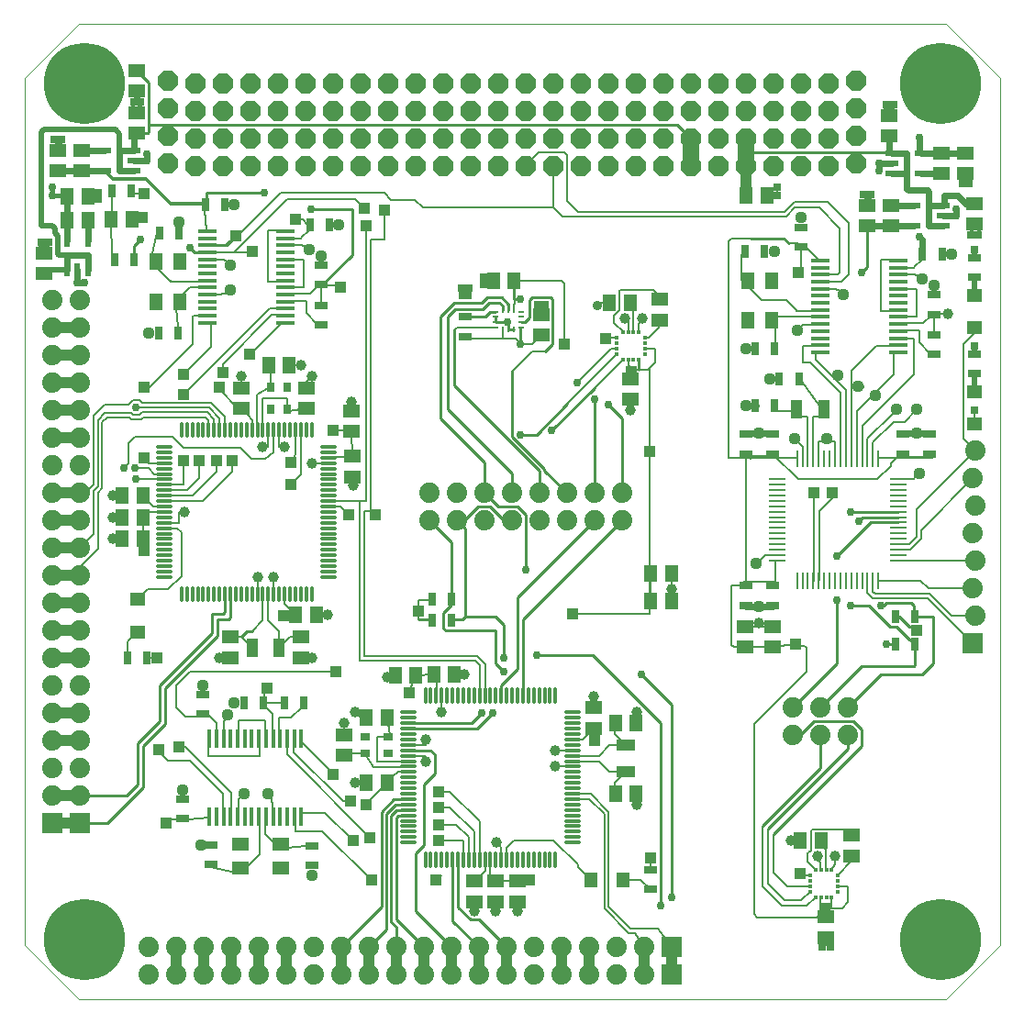
<source format=gtl>
G75*
%MOIN*%
%OFA0B0*%
%FSLAX25Y25*%
%IPPOS*%
%LPD*%
%AMOC8*
5,1,8,0,0,1.08239X$1,22.5*
%
%ADD10R,0.05906X0.05118*%
%ADD11R,0.05118X0.05906*%
%ADD12R,0.03937X0.07087*%
%ADD13R,0.03150X0.03543*%
%ADD14C,0.01181*%
%ADD15R,0.03150X0.04724*%
%ADD16C,0.00000*%
%ADD17C,0.29528*%
%ADD18OC8,0.07400*%
%ADD19R,0.06102X0.00984*%
%ADD20R,0.00984X0.06102*%
%ADD21R,0.06890X0.01575*%
%ADD22R,0.04724X0.03150*%
%ADD23C,0.00800*%
%ADD24C,0.04400*%
%ADD25C,0.02400*%
%ADD26R,0.04921X0.06299*%
%ADD27R,0.00984X0.03937*%
%ADD28R,0.03937X0.00984*%
%ADD29R,0.07400X0.07400*%
%ADD30C,0.07400*%
%ADD31R,0.07087X0.03937*%
%ADD32R,0.01575X0.06890*%
%ADD33R,0.06299X0.04921*%
%ADD34R,0.03543X0.03150*%
%ADD35R,0.05512X0.04724*%
%ADD36R,0.04724X0.05512*%
%ADD37R,0.01770X0.01180*%
%ADD38R,0.01180X0.01770*%
%ADD39R,0.00984X0.01870*%
%ADD40R,0.01870X0.00984*%
%ADD41R,0.05118X0.02756*%
%ADD42R,0.04724X0.02362*%
%ADD43R,0.02362X0.04724*%
%ADD44C,0.01000*%
%ADD45R,0.03962X0.03962*%
%ADD46C,0.02978*%
%ADD47C,0.04000*%
%ADD48C,0.01600*%
%ADD49R,0.02978X0.02978*%
%ADD50C,0.02000*%
%ADD51C,0.06000*%
%ADD52C,0.01200*%
%ADD53C,0.03962*%
%ADD54C,0.00600*%
%ADD55C,0.03600*%
D10*
X0126400Y0094607D03*
X0126400Y0102087D03*
X0110652Y0130040D03*
X0110652Y0137520D03*
X0085061Y0137520D03*
X0085061Y0130040D03*
X0129509Y0195719D03*
X0129509Y0203199D03*
X0129213Y0212134D03*
X0129213Y0219615D03*
X0112620Y0220591D03*
X0112620Y0228071D03*
X0088998Y0228071D03*
X0088998Y0220591D03*
X0017548Y0269627D03*
X0017548Y0277107D03*
X0022298Y0306877D03*
X0022298Y0314357D03*
X0031048Y0314357D03*
X0031048Y0306877D03*
X0051048Y0320627D03*
X0051048Y0328107D03*
X0051098Y0335827D03*
X0051098Y0343307D03*
X0197945Y0254666D03*
X0197945Y0247186D03*
X0230550Y0231292D03*
X0230550Y0223812D03*
X0240940Y0252674D03*
X0240940Y0260154D03*
X0316298Y0286877D03*
X0316298Y0294357D03*
X0325048Y0294357D03*
X0325048Y0286877D03*
X0343298Y0305877D03*
X0343298Y0313357D03*
X0352048Y0313357D03*
X0352048Y0305877D03*
X0355548Y0295107D03*
X0355548Y0287627D03*
X0324548Y0319627D03*
X0324548Y0327107D03*
X0281912Y0141457D03*
X0281912Y0133977D03*
X0272069Y0133977D03*
X0272069Y0141457D03*
X0216951Y0111930D03*
X0216951Y0104449D03*
X0189392Y0048938D03*
X0189392Y0041457D03*
X0181518Y0041457D03*
X0181518Y0048938D03*
X0173644Y0048938D03*
X0173644Y0041457D03*
X0301472Y0035938D03*
X0301472Y0028457D03*
X0310808Y0058111D03*
X0310808Y0065591D03*
D11*
X0299638Y0063467D03*
X0292157Y0063467D03*
X0232502Y0080630D03*
X0225022Y0080630D03*
X0225022Y0106221D03*
X0232502Y0106221D03*
X0237865Y0150615D03*
X0245345Y0150615D03*
X0245345Y0160741D03*
X0237865Y0160741D03*
X0166446Y0123900D03*
X0158965Y0123900D03*
X0152430Y0123560D03*
X0144950Y0123560D03*
X0141951Y0108189D03*
X0134471Y0108189D03*
X0134471Y0084567D03*
X0141951Y0084567D03*
X0116361Y0145591D03*
X0108880Y0145591D03*
X0053369Y0173150D03*
X0045888Y0173150D03*
X0045888Y0181024D03*
X0053369Y0181024D03*
X0053369Y0188898D03*
X0045888Y0188898D03*
X0099038Y0236142D03*
X0106518Y0236142D03*
X0049280Y0289319D03*
X0041800Y0289319D03*
X0033288Y0288867D03*
X0025807Y0288867D03*
X0025807Y0297617D03*
X0033288Y0297617D03*
X0180737Y0266853D03*
X0188217Y0266853D03*
X0222872Y0259048D03*
X0230353Y0259048D03*
X0272557Y0297867D03*
X0280038Y0297867D03*
D12*
X0290802Y0220145D03*
X0300644Y0220145D03*
X0102778Y0133780D03*
X0092935Y0133780D03*
D13*
X0099825Y0220197D03*
X0105731Y0220197D03*
X0105731Y0228465D03*
X0099825Y0228465D03*
D14*
X0098841Y0215079D02*
X0098841Y0210551D01*
X0098841Y0210551D01*
X0098841Y0215079D01*
X0098841Y0215079D01*
X0098841Y0211731D02*
X0098841Y0211731D01*
X0098841Y0212911D02*
X0098841Y0212911D01*
X0098841Y0214091D02*
X0098841Y0214091D01*
X0100809Y0215079D02*
X0100809Y0210551D01*
X0100809Y0210551D01*
X0100809Y0215079D01*
X0100809Y0215079D01*
X0100809Y0211731D02*
X0100809Y0211731D01*
X0100809Y0212911D02*
X0100809Y0212911D01*
X0100809Y0214091D02*
X0100809Y0214091D01*
X0102778Y0215079D02*
X0102778Y0210551D01*
X0102778Y0210551D01*
X0102778Y0215079D01*
X0102778Y0215079D01*
X0102778Y0211731D02*
X0102778Y0211731D01*
X0102778Y0212911D02*
X0102778Y0212911D01*
X0102778Y0214091D02*
X0102778Y0214091D01*
X0104746Y0215079D02*
X0104746Y0210551D01*
X0104746Y0210551D01*
X0104746Y0215079D01*
X0104746Y0215079D01*
X0104746Y0211731D02*
X0104746Y0211731D01*
X0104746Y0212911D02*
X0104746Y0212911D01*
X0104746Y0214091D02*
X0104746Y0214091D01*
X0106715Y0215079D02*
X0106715Y0210551D01*
X0106715Y0210551D01*
X0106715Y0215079D01*
X0106715Y0215079D01*
X0106715Y0211731D02*
X0106715Y0211731D01*
X0106715Y0212911D02*
X0106715Y0212911D01*
X0106715Y0214091D02*
X0106715Y0214091D01*
X0108683Y0215079D02*
X0108683Y0210551D01*
X0108683Y0210551D01*
X0108683Y0215079D01*
X0108683Y0215079D01*
X0108683Y0211731D02*
X0108683Y0211731D01*
X0108683Y0212911D02*
X0108683Y0212911D01*
X0108683Y0214091D02*
X0108683Y0214091D01*
X0110652Y0215079D02*
X0110652Y0210551D01*
X0110652Y0210551D01*
X0110652Y0215079D01*
X0110652Y0215079D01*
X0110652Y0211731D02*
X0110652Y0211731D01*
X0110652Y0212911D02*
X0110652Y0212911D01*
X0110652Y0214091D02*
X0110652Y0214091D01*
X0112620Y0215079D02*
X0112620Y0210551D01*
X0112620Y0210551D01*
X0112620Y0215079D01*
X0112620Y0215079D01*
X0112620Y0211731D02*
X0112620Y0211731D01*
X0112620Y0212911D02*
X0112620Y0212911D01*
X0112620Y0214091D02*
X0112620Y0214091D01*
X0114589Y0215079D02*
X0114589Y0210551D01*
X0114589Y0210551D01*
X0114589Y0215079D01*
X0114589Y0215079D01*
X0114589Y0211731D02*
X0114589Y0211731D01*
X0114589Y0212911D02*
X0114589Y0212911D01*
X0114589Y0214091D02*
X0114589Y0214091D01*
X0118526Y0206615D02*
X0123054Y0206615D01*
X0123054Y0206615D01*
X0118526Y0206615D01*
X0118526Y0206615D01*
X0118526Y0204646D02*
X0123054Y0204646D01*
X0123054Y0204646D01*
X0118526Y0204646D01*
X0118526Y0204646D01*
X0118526Y0202678D02*
X0123054Y0202678D01*
X0123054Y0202678D01*
X0118526Y0202678D01*
X0118526Y0202678D01*
X0118526Y0200709D02*
X0123054Y0200709D01*
X0123054Y0200709D01*
X0118526Y0200709D01*
X0118526Y0200709D01*
X0118526Y0198741D02*
X0123054Y0198741D01*
X0123054Y0198741D01*
X0118526Y0198741D01*
X0118526Y0198741D01*
X0118526Y0196772D02*
X0123054Y0196772D01*
X0123054Y0196772D01*
X0118526Y0196772D01*
X0118526Y0196772D01*
X0118526Y0194804D02*
X0123054Y0194804D01*
X0123054Y0194804D01*
X0118526Y0194804D01*
X0118526Y0194804D01*
X0118526Y0192835D02*
X0123054Y0192835D01*
X0123054Y0192835D01*
X0118526Y0192835D01*
X0118526Y0192835D01*
X0118526Y0190867D02*
X0123054Y0190867D01*
X0123054Y0190867D01*
X0118526Y0190867D01*
X0118526Y0190867D01*
X0118526Y0188898D02*
X0123054Y0188898D01*
X0123054Y0188898D01*
X0118526Y0188898D01*
X0118526Y0188898D01*
X0118526Y0186930D02*
X0123054Y0186930D01*
X0123054Y0186930D01*
X0118526Y0186930D01*
X0118526Y0186930D01*
X0118526Y0184961D02*
X0123054Y0184961D01*
X0123054Y0184961D01*
X0118526Y0184961D01*
X0118526Y0184961D01*
X0118526Y0182993D02*
X0123054Y0182993D01*
X0123054Y0182993D01*
X0118526Y0182993D01*
X0118526Y0182993D01*
X0118526Y0181024D02*
X0123054Y0181024D01*
X0123054Y0181024D01*
X0118526Y0181024D01*
X0118526Y0181024D01*
X0118526Y0179056D02*
X0123054Y0179056D01*
X0123054Y0179056D01*
X0118526Y0179056D01*
X0118526Y0179056D01*
X0118526Y0177087D02*
X0123054Y0177087D01*
X0123054Y0177087D01*
X0118526Y0177087D01*
X0118526Y0177087D01*
X0118526Y0175119D02*
X0123054Y0175119D01*
X0123054Y0175119D01*
X0118526Y0175119D01*
X0118526Y0175119D01*
X0118526Y0173150D02*
X0123054Y0173150D01*
X0123054Y0173150D01*
X0118526Y0173150D01*
X0118526Y0173150D01*
X0118526Y0171182D02*
X0123054Y0171182D01*
X0123054Y0171182D01*
X0118526Y0171182D01*
X0118526Y0171182D01*
X0118526Y0169213D02*
X0123054Y0169213D01*
X0123054Y0169213D01*
X0118526Y0169213D01*
X0118526Y0169213D01*
X0118526Y0167245D02*
X0123054Y0167245D01*
X0123054Y0167245D01*
X0118526Y0167245D01*
X0118526Y0167245D01*
X0118526Y0165276D02*
X0123054Y0165276D01*
X0123054Y0165276D01*
X0118526Y0165276D01*
X0118526Y0165276D01*
X0118526Y0163308D02*
X0123054Y0163308D01*
X0123054Y0163308D01*
X0118526Y0163308D01*
X0118526Y0163308D01*
X0118526Y0161339D02*
X0123054Y0161339D01*
X0123054Y0161339D01*
X0118526Y0161339D01*
X0118526Y0161339D01*
X0118526Y0159371D02*
X0123054Y0159371D01*
X0123054Y0159371D01*
X0118526Y0159371D01*
X0118526Y0159371D01*
X0114589Y0155434D02*
X0114589Y0150906D01*
X0114589Y0150906D01*
X0114589Y0155434D01*
X0114589Y0155434D01*
X0114589Y0152086D02*
X0114589Y0152086D01*
X0114589Y0153266D02*
X0114589Y0153266D01*
X0114589Y0154446D02*
X0114589Y0154446D01*
X0112620Y0155434D02*
X0112620Y0150906D01*
X0112620Y0150906D01*
X0112620Y0155434D01*
X0112620Y0155434D01*
X0112620Y0152086D02*
X0112620Y0152086D01*
X0112620Y0153266D02*
X0112620Y0153266D01*
X0112620Y0154446D02*
X0112620Y0154446D01*
X0110652Y0155434D02*
X0110652Y0150906D01*
X0110652Y0150906D01*
X0110652Y0155434D01*
X0110652Y0155434D01*
X0110652Y0152086D02*
X0110652Y0152086D01*
X0110652Y0153266D02*
X0110652Y0153266D01*
X0110652Y0154446D02*
X0110652Y0154446D01*
X0108683Y0155434D02*
X0108683Y0150906D01*
X0108683Y0150906D01*
X0108683Y0155434D01*
X0108683Y0155434D01*
X0108683Y0152086D02*
X0108683Y0152086D01*
X0108683Y0153266D02*
X0108683Y0153266D01*
X0108683Y0154446D02*
X0108683Y0154446D01*
X0106715Y0155434D02*
X0106715Y0150906D01*
X0106715Y0150906D01*
X0106715Y0155434D01*
X0106715Y0155434D01*
X0106715Y0152086D02*
X0106715Y0152086D01*
X0106715Y0153266D02*
X0106715Y0153266D01*
X0106715Y0154446D02*
X0106715Y0154446D01*
X0104746Y0155434D02*
X0104746Y0150906D01*
X0104746Y0150906D01*
X0104746Y0155434D01*
X0104746Y0155434D01*
X0104746Y0152086D02*
X0104746Y0152086D01*
X0104746Y0153266D02*
X0104746Y0153266D01*
X0104746Y0154446D02*
X0104746Y0154446D01*
X0102778Y0155434D02*
X0102778Y0150906D01*
X0102778Y0150906D01*
X0102778Y0155434D01*
X0102778Y0155434D01*
X0102778Y0152086D02*
X0102778Y0152086D01*
X0102778Y0153266D02*
X0102778Y0153266D01*
X0102778Y0154446D02*
X0102778Y0154446D01*
X0100809Y0155434D02*
X0100809Y0150906D01*
X0100809Y0150906D01*
X0100809Y0155434D01*
X0100809Y0155434D01*
X0100809Y0152086D02*
X0100809Y0152086D01*
X0100809Y0153266D02*
X0100809Y0153266D01*
X0100809Y0154446D02*
X0100809Y0154446D01*
X0098841Y0155434D02*
X0098841Y0150906D01*
X0098841Y0150906D01*
X0098841Y0155434D01*
X0098841Y0155434D01*
X0098841Y0152086D02*
X0098841Y0152086D01*
X0098841Y0153266D02*
X0098841Y0153266D01*
X0098841Y0154446D02*
X0098841Y0154446D01*
X0096872Y0155434D02*
X0096872Y0150906D01*
X0096872Y0150906D01*
X0096872Y0155434D01*
X0096872Y0155434D01*
X0096872Y0152086D02*
X0096872Y0152086D01*
X0096872Y0153266D02*
X0096872Y0153266D01*
X0096872Y0154446D02*
X0096872Y0154446D01*
X0094904Y0155434D02*
X0094904Y0150906D01*
X0094904Y0150906D01*
X0094904Y0155434D01*
X0094904Y0155434D01*
X0094904Y0152086D02*
X0094904Y0152086D01*
X0094904Y0153266D02*
X0094904Y0153266D01*
X0094904Y0154446D02*
X0094904Y0154446D01*
X0092935Y0155434D02*
X0092935Y0150906D01*
X0092935Y0150906D01*
X0092935Y0155434D01*
X0092935Y0155434D01*
X0092935Y0152086D02*
X0092935Y0152086D01*
X0092935Y0153266D02*
X0092935Y0153266D01*
X0092935Y0154446D02*
X0092935Y0154446D01*
X0090967Y0155434D02*
X0090967Y0150906D01*
X0090967Y0150906D01*
X0090967Y0155434D01*
X0090967Y0155434D01*
X0090967Y0152086D02*
X0090967Y0152086D01*
X0090967Y0153266D02*
X0090967Y0153266D01*
X0090967Y0154446D02*
X0090967Y0154446D01*
X0088998Y0155434D02*
X0088998Y0150906D01*
X0088998Y0150906D01*
X0088998Y0155434D01*
X0088998Y0155434D01*
X0088998Y0152086D02*
X0088998Y0152086D01*
X0088998Y0153266D02*
X0088998Y0153266D01*
X0088998Y0154446D02*
X0088998Y0154446D01*
X0087030Y0155434D02*
X0087030Y0150906D01*
X0087030Y0150906D01*
X0087030Y0155434D01*
X0087030Y0155434D01*
X0087030Y0152086D02*
X0087030Y0152086D01*
X0087030Y0153266D02*
X0087030Y0153266D01*
X0087030Y0154446D02*
X0087030Y0154446D01*
X0085061Y0155434D02*
X0085061Y0150906D01*
X0085061Y0150906D01*
X0085061Y0155434D01*
X0085061Y0155434D01*
X0085061Y0152086D02*
X0085061Y0152086D01*
X0085061Y0153266D02*
X0085061Y0153266D01*
X0085061Y0154446D02*
X0085061Y0154446D01*
X0083093Y0155434D02*
X0083093Y0150906D01*
X0083093Y0150906D01*
X0083093Y0155434D01*
X0083093Y0155434D01*
X0083093Y0152086D02*
X0083093Y0152086D01*
X0083093Y0153266D02*
X0083093Y0153266D01*
X0083093Y0154446D02*
X0083093Y0154446D01*
X0081124Y0155434D02*
X0081124Y0150906D01*
X0081124Y0150906D01*
X0081124Y0155434D01*
X0081124Y0155434D01*
X0081124Y0152086D02*
X0081124Y0152086D01*
X0081124Y0153266D02*
X0081124Y0153266D01*
X0081124Y0154446D02*
X0081124Y0154446D01*
X0079156Y0155434D02*
X0079156Y0150906D01*
X0079156Y0150906D01*
X0079156Y0155434D01*
X0079156Y0155434D01*
X0079156Y0152086D02*
X0079156Y0152086D01*
X0079156Y0153266D02*
X0079156Y0153266D01*
X0079156Y0154446D02*
X0079156Y0154446D01*
X0077187Y0155434D02*
X0077187Y0150906D01*
X0077187Y0150906D01*
X0077187Y0155434D01*
X0077187Y0155434D01*
X0077187Y0152086D02*
X0077187Y0152086D01*
X0077187Y0153266D02*
X0077187Y0153266D01*
X0077187Y0154446D02*
X0077187Y0154446D01*
X0075219Y0155434D02*
X0075219Y0150906D01*
X0075219Y0150906D01*
X0075219Y0155434D01*
X0075219Y0155434D01*
X0075219Y0152086D02*
X0075219Y0152086D01*
X0075219Y0153266D02*
X0075219Y0153266D01*
X0075219Y0154446D02*
X0075219Y0154446D01*
X0073250Y0155434D02*
X0073250Y0150906D01*
X0073250Y0150906D01*
X0073250Y0155434D01*
X0073250Y0155434D01*
X0073250Y0152086D02*
X0073250Y0152086D01*
X0073250Y0153266D02*
X0073250Y0153266D01*
X0073250Y0154446D02*
X0073250Y0154446D01*
X0071282Y0155434D02*
X0071282Y0150906D01*
X0071282Y0150906D01*
X0071282Y0155434D01*
X0071282Y0155434D01*
X0071282Y0152086D02*
X0071282Y0152086D01*
X0071282Y0153266D02*
X0071282Y0153266D01*
X0071282Y0154446D02*
X0071282Y0154446D01*
X0069313Y0155434D02*
X0069313Y0150906D01*
X0069313Y0150906D01*
X0069313Y0155434D01*
X0069313Y0155434D01*
X0069313Y0152086D02*
X0069313Y0152086D01*
X0069313Y0153266D02*
X0069313Y0153266D01*
X0069313Y0154446D02*
X0069313Y0154446D01*
X0067345Y0155434D02*
X0067345Y0150906D01*
X0067345Y0150906D01*
X0067345Y0155434D01*
X0067345Y0155434D01*
X0067345Y0152086D02*
X0067345Y0152086D01*
X0067345Y0153266D02*
X0067345Y0153266D01*
X0067345Y0154446D02*
X0067345Y0154446D01*
X0063408Y0159371D02*
X0058880Y0159371D01*
X0063408Y0159371D02*
X0063408Y0159371D01*
X0058880Y0159371D01*
X0058880Y0159371D01*
X0058880Y0161339D02*
X0063408Y0161339D01*
X0063408Y0161339D01*
X0058880Y0161339D01*
X0058880Y0161339D01*
X0058880Y0163308D02*
X0063408Y0163308D01*
X0063408Y0163308D01*
X0058880Y0163308D01*
X0058880Y0163308D01*
X0058880Y0165276D02*
X0063408Y0165276D01*
X0063408Y0165276D01*
X0058880Y0165276D01*
X0058880Y0165276D01*
X0058880Y0167245D02*
X0063408Y0167245D01*
X0063408Y0167245D01*
X0058880Y0167245D01*
X0058880Y0167245D01*
X0058880Y0169213D02*
X0063408Y0169213D01*
X0063408Y0169213D01*
X0058880Y0169213D01*
X0058880Y0169213D01*
X0058880Y0171182D02*
X0063408Y0171182D01*
X0063408Y0171182D01*
X0058880Y0171182D01*
X0058880Y0171182D01*
X0058880Y0173150D02*
X0063408Y0173150D01*
X0063408Y0173150D01*
X0058880Y0173150D01*
X0058880Y0173150D01*
X0058880Y0175119D02*
X0063408Y0175119D01*
X0063408Y0175119D01*
X0058880Y0175119D01*
X0058880Y0175119D01*
X0058880Y0177087D02*
X0063408Y0177087D01*
X0063408Y0177087D01*
X0058880Y0177087D01*
X0058880Y0177087D01*
X0058880Y0179056D02*
X0063408Y0179056D01*
X0063408Y0179056D01*
X0058880Y0179056D01*
X0058880Y0179056D01*
X0058880Y0181024D02*
X0063408Y0181024D01*
X0063408Y0181024D01*
X0058880Y0181024D01*
X0058880Y0181024D01*
X0058880Y0182993D02*
X0063408Y0182993D01*
X0063408Y0182993D01*
X0058880Y0182993D01*
X0058880Y0182993D01*
X0058880Y0184961D02*
X0063408Y0184961D01*
X0063408Y0184961D01*
X0058880Y0184961D01*
X0058880Y0184961D01*
X0058880Y0186930D02*
X0063408Y0186930D01*
X0063408Y0186930D01*
X0058880Y0186930D01*
X0058880Y0186930D01*
X0058880Y0188898D02*
X0063408Y0188898D01*
X0063408Y0188898D01*
X0058880Y0188898D01*
X0058880Y0188898D01*
X0058880Y0190867D02*
X0063408Y0190867D01*
X0063408Y0190867D01*
X0058880Y0190867D01*
X0058880Y0190867D01*
X0058880Y0192835D02*
X0063408Y0192835D01*
X0063408Y0192835D01*
X0058880Y0192835D01*
X0058880Y0192835D01*
X0058880Y0194804D02*
X0063408Y0194804D01*
X0063408Y0194804D01*
X0058880Y0194804D01*
X0058880Y0194804D01*
X0058880Y0196772D02*
X0063408Y0196772D01*
X0063408Y0196772D01*
X0058880Y0196772D01*
X0058880Y0196772D01*
X0058880Y0198741D02*
X0063408Y0198741D01*
X0063408Y0198741D01*
X0058880Y0198741D01*
X0058880Y0198741D01*
X0058880Y0200709D02*
X0063408Y0200709D01*
X0063408Y0200709D01*
X0058880Y0200709D01*
X0058880Y0200709D01*
X0058880Y0202678D02*
X0063408Y0202678D01*
X0063408Y0202678D01*
X0058880Y0202678D01*
X0058880Y0202678D01*
X0058880Y0204646D02*
X0063408Y0204646D01*
X0063408Y0204646D01*
X0058880Y0204646D01*
X0058880Y0204646D01*
X0058880Y0206615D02*
X0063408Y0206615D01*
X0063408Y0206615D01*
X0058880Y0206615D01*
X0058880Y0206615D01*
X0067345Y0210551D02*
X0067345Y0215079D01*
X0067345Y0210551D02*
X0067345Y0210551D01*
X0067345Y0215079D01*
X0067345Y0215079D01*
X0067345Y0211731D02*
X0067345Y0211731D01*
X0067345Y0212911D02*
X0067345Y0212911D01*
X0067345Y0214091D02*
X0067345Y0214091D01*
X0069313Y0215079D02*
X0069313Y0210551D01*
X0069313Y0210551D01*
X0069313Y0215079D01*
X0069313Y0215079D01*
X0069313Y0211731D02*
X0069313Y0211731D01*
X0069313Y0212911D02*
X0069313Y0212911D01*
X0069313Y0214091D02*
X0069313Y0214091D01*
X0071282Y0215079D02*
X0071282Y0210551D01*
X0071282Y0210551D01*
X0071282Y0215079D01*
X0071282Y0215079D01*
X0071282Y0211731D02*
X0071282Y0211731D01*
X0071282Y0212911D02*
X0071282Y0212911D01*
X0071282Y0214091D02*
X0071282Y0214091D01*
X0073250Y0215079D02*
X0073250Y0210551D01*
X0073250Y0210551D01*
X0073250Y0215079D01*
X0073250Y0215079D01*
X0073250Y0211731D02*
X0073250Y0211731D01*
X0073250Y0212911D02*
X0073250Y0212911D01*
X0073250Y0214091D02*
X0073250Y0214091D01*
X0075219Y0215079D02*
X0075219Y0210551D01*
X0075219Y0210551D01*
X0075219Y0215079D01*
X0075219Y0215079D01*
X0075219Y0211731D02*
X0075219Y0211731D01*
X0075219Y0212911D02*
X0075219Y0212911D01*
X0075219Y0214091D02*
X0075219Y0214091D01*
X0077187Y0215079D02*
X0077187Y0210551D01*
X0077187Y0210551D01*
X0077187Y0215079D01*
X0077187Y0215079D01*
X0077187Y0211731D02*
X0077187Y0211731D01*
X0077187Y0212911D02*
X0077187Y0212911D01*
X0077187Y0214091D02*
X0077187Y0214091D01*
X0079156Y0215079D02*
X0079156Y0210551D01*
X0079156Y0210551D01*
X0079156Y0215079D01*
X0079156Y0215079D01*
X0079156Y0211731D02*
X0079156Y0211731D01*
X0079156Y0212911D02*
X0079156Y0212911D01*
X0079156Y0214091D02*
X0079156Y0214091D01*
X0081124Y0215079D02*
X0081124Y0210551D01*
X0081124Y0210551D01*
X0081124Y0215079D01*
X0081124Y0215079D01*
X0081124Y0211731D02*
X0081124Y0211731D01*
X0081124Y0212911D02*
X0081124Y0212911D01*
X0081124Y0214091D02*
X0081124Y0214091D01*
X0083093Y0215079D02*
X0083093Y0210551D01*
X0083093Y0210551D01*
X0083093Y0215079D01*
X0083093Y0215079D01*
X0083093Y0211731D02*
X0083093Y0211731D01*
X0083093Y0212911D02*
X0083093Y0212911D01*
X0083093Y0214091D02*
X0083093Y0214091D01*
X0085061Y0215079D02*
X0085061Y0210551D01*
X0085061Y0210551D01*
X0085061Y0215079D01*
X0085061Y0215079D01*
X0085061Y0211731D02*
X0085061Y0211731D01*
X0085061Y0212911D02*
X0085061Y0212911D01*
X0085061Y0214091D02*
X0085061Y0214091D01*
X0087030Y0215079D02*
X0087030Y0210551D01*
X0087030Y0210551D01*
X0087030Y0215079D01*
X0087030Y0215079D01*
X0087030Y0211731D02*
X0087030Y0211731D01*
X0087030Y0212911D02*
X0087030Y0212911D01*
X0087030Y0214091D02*
X0087030Y0214091D01*
X0088998Y0215079D02*
X0088998Y0210551D01*
X0088998Y0210551D01*
X0088998Y0215079D01*
X0088998Y0215079D01*
X0088998Y0211731D02*
X0088998Y0211731D01*
X0088998Y0212911D02*
X0088998Y0212911D01*
X0088998Y0214091D02*
X0088998Y0214091D01*
X0090967Y0215079D02*
X0090967Y0210551D01*
X0090967Y0210551D01*
X0090967Y0215079D01*
X0090967Y0215079D01*
X0090967Y0211731D02*
X0090967Y0211731D01*
X0090967Y0212911D02*
X0090967Y0212911D01*
X0090967Y0214091D02*
X0090967Y0214091D01*
X0092935Y0215079D02*
X0092935Y0210551D01*
X0092935Y0210551D01*
X0092935Y0215079D01*
X0092935Y0215079D01*
X0092935Y0211731D02*
X0092935Y0211731D01*
X0092935Y0212911D02*
X0092935Y0212911D01*
X0092935Y0214091D02*
X0092935Y0214091D01*
X0094904Y0215079D02*
X0094904Y0210551D01*
X0094904Y0210551D01*
X0094904Y0215079D01*
X0094904Y0215079D01*
X0094904Y0211731D02*
X0094904Y0211731D01*
X0094904Y0212911D02*
X0094904Y0212911D01*
X0094904Y0214091D02*
X0094904Y0214091D01*
X0096872Y0215079D02*
X0096872Y0210551D01*
X0096872Y0210551D01*
X0096872Y0215079D01*
X0096872Y0215079D01*
X0096872Y0211731D02*
X0096872Y0211731D01*
X0096872Y0212911D02*
X0096872Y0212911D01*
X0096872Y0214091D02*
X0096872Y0214091D01*
X0155928Y0118623D02*
X0155928Y0114095D01*
X0155928Y0118623D02*
X0155928Y0118623D01*
X0155928Y0114095D01*
X0155928Y0114095D01*
X0155928Y0115275D02*
X0155928Y0115275D01*
X0155928Y0116455D02*
X0155928Y0116455D01*
X0155928Y0117635D02*
X0155928Y0117635D01*
X0157896Y0118623D02*
X0157896Y0114095D01*
X0157896Y0118623D02*
X0157896Y0118623D01*
X0157896Y0114095D01*
X0157896Y0114095D01*
X0157896Y0115275D02*
X0157896Y0115275D01*
X0157896Y0116455D02*
X0157896Y0116455D01*
X0157896Y0117635D02*
X0157896Y0117635D01*
X0159865Y0118623D02*
X0159865Y0114095D01*
X0159865Y0118623D02*
X0159865Y0118623D01*
X0159865Y0114095D01*
X0159865Y0114095D01*
X0159865Y0115275D02*
X0159865Y0115275D01*
X0159865Y0116455D02*
X0159865Y0116455D01*
X0159865Y0117635D02*
X0159865Y0117635D01*
X0161833Y0118623D02*
X0161833Y0114095D01*
X0161833Y0118623D02*
X0161833Y0118623D01*
X0161833Y0114095D01*
X0161833Y0114095D01*
X0161833Y0115275D02*
X0161833Y0115275D01*
X0161833Y0116455D02*
X0161833Y0116455D01*
X0161833Y0117635D02*
X0161833Y0117635D01*
X0163802Y0118623D02*
X0163802Y0114095D01*
X0163802Y0118623D02*
X0163802Y0118623D01*
X0163802Y0114095D01*
X0163802Y0114095D01*
X0163802Y0115275D02*
X0163802Y0115275D01*
X0163802Y0116455D02*
X0163802Y0116455D01*
X0163802Y0117635D02*
X0163802Y0117635D01*
X0165770Y0118623D02*
X0165770Y0114095D01*
X0165770Y0118623D02*
X0165770Y0118623D01*
X0165770Y0114095D01*
X0165770Y0114095D01*
X0165770Y0115275D02*
X0165770Y0115275D01*
X0165770Y0116455D02*
X0165770Y0116455D01*
X0165770Y0117635D02*
X0165770Y0117635D01*
X0167739Y0118623D02*
X0167739Y0114095D01*
X0167739Y0118623D02*
X0167739Y0118623D01*
X0167739Y0114095D01*
X0167739Y0114095D01*
X0167739Y0115275D02*
X0167739Y0115275D01*
X0167739Y0116455D02*
X0167739Y0116455D01*
X0167739Y0117635D02*
X0167739Y0117635D01*
X0169707Y0118623D02*
X0169707Y0114095D01*
X0169707Y0118623D02*
X0169707Y0118623D01*
X0169707Y0114095D01*
X0169707Y0114095D01*
X0169707Y0115275D02*
X0169707Y0115275D01*
X0169707Y0116455D02*
X0169707Y0116455D01*
X0169707Y0117635D02*
X0169707Y0117635D01*
X0171676Y0118623D02*
X0171676Y0114095D01*
X0171676Y0118623D02*
X0171676Y0118623D01*
X0171676Y0114095D01*
X0171676Y0114095D01*
X0171676Y0115275D02*
X0171676Y0115275D01*
X0171676Y0116455D02*
X0171676Y0116455D01*
X0171676Y0117635D02*
X0171676Y0117635D01*
X0173644Y0118623D02*
X0173644Y0114095D01*
X0173644Y0118623D02*
X0173644Y0118623D01*
X0173644Y0114095D01*
X0173644Y0114095D01*
X0173644Y0115275D02*
X0173644Y0115275D01*
X0173644Y0116455D02*
X0173644Y0116455D01*
X0173644Y0117635D02*
X0173644Y0117635D01*
X0175613Y0118623D02*
X0175613Y0114095D01*
X0175613Y0118623D02*
X0175613Y0118623D01*
X0175613Y0114095D01*
X0175613Y0114095D01*
X0175613Y0115275D02*
X0175613Y0115275D01*
X0175613Y0116455D02*
X0175613Y0116455D01*
X0175613Y0117635D02*
X0175613Y0117635D01*
X0177581Y0118623D02*
X0177581Y0114095D01*
X0177581Y0118623D02*
X0177581Y0118623D01*
X0177581Y0114095D01*
X0177581Y0114095D01*
X0177581Y0115275D02*
X0177581Y0115275D01*
X0177581Y0116455D02*
X0177581Y0116455D01*
X0177581Y0117635D02*
X0177581Y0117635D01*
X0179550Y0118623D02*
X0179550Y0114095D01*
X0179550Y0118623D02*
X0179550Y0118623D01*
X0179550Y0114095D01*
X0179550Y0114095D01*
X0179550Y0115275D02*
X0179550Y0115275D01*
X0179550Y0116455D02*
X0179550Y0116455D01*
X0179550Y0117635D02*
X0179550Y0117635D01*
X0181518Y0118623D02*
X0181518Y0114095D01*
X0181518Y0118623D02*
X0181518Y0118623D01*
X0181518Y0114095D01*
X0181518Y0114095D01*
X0181518Y0115275D02*
X0181518Y0115275D01*
X0181518Y0116455D02*
X0181518Y0116455D01*
X0181518Y0117635D02*
X0181518Y0117635D01*
X0183487Y0118623D02*
X0183487Y0114095D01*
X0183487Y0118623D02*
X0183487Y0118623D01*
X0183487Y0114095D01*
X0183487Y0114095D01*
X0183487Y0115275D02*
X0183487Y0115275D01*
X0183487Y0116455D02*
X0183487Y0116455D01*
X0183487Y0117635D02*
X0183487Y0117635D01*
X0185455Y0118623D02*
X0185455Y0114095D01*
X0185455Y0118623D02*
X0185455Y0118623D01*
X0185455Y0114095D01*
X0185455Y0114095D01*
X0185455Y0115275D02*
X0185455Y0115275D01*
X0185455Y0116455D02*
X0185455Y0116455D01*
X0185455Y0117635D02*
X0185455Y0117635D01*
X0187424Y0118623D02*
X0187424Y0114095D01*
X0187424Y0118623D02*
X0187424Y0118623D01*
X0187424Y0114095D01*
X0187424Y0114095D01*
X0187424Y0115275D02*
X0187424Y0115275D01*
X0187424Y0116455D02*
X0187424Y0116455D01*
X0187424Y0117635D02*
X0187424Y0117635D01*
X0189392Y0118623D02*
X0189392Y0114095D01*
X0189392Y0118623D02*
X0189392Y0118623D01*
X0189392Y0114095D01*
X0189392Y0114095D01*
X0189392Y0115275D02*
X0189392Y0115275D01*
X0189392Y0116455D02*
X0189392Y0116455D01*
X0189392Y0117635D02*
X0189392Y0117635D01*
X0191361Y0118623D02*
X0191361Y0114095D01*
X0191361Y0118623D02*
X0191361Y0118623D01*
X0191361Y0114095D01*
X0191361Y0114095D01*
X0191361Y0115275D02*
X0191361Y0115275D01*
X0191361Y0116455D02*
X0191361Y0116455D01*
X0191361Y0117635D02*
X0191361Y0117635D01*
X0193329Y0118623D02*
X0193329Y0114095D01*
X0193329Y0118623D02*
X0193329Y0118623D01*
X0193329Y0114095D01*
X0193329Y0114095D01*
X0193329Y0115275D02*
X0193329Y0115275D01*
X0193329Y0116455D02*
X0193329Y0116455D01*
X0193329Y0117635D02*
X0193329Y0117635D01*
X0195298Y0118623D02*
X0195298Y0114095D01*
X0195298Y0118623D02*
X0195298Y0118623D01*
X0195298Y0114095D01*
X0195298Y0114095D01*
X0195298Y0115275D02*
X0195298Y0115275D01*
X0195298Y0116455D02*
X0195298Y0116455D01*
X0195298Y0117635D02*
X0195298Y0117635D01*
X0197266Y0118623D02*
X0197266Y0114095D01*
X0197266Y0118623D02*
X0197266Y0118623D01*
X0197266Y0114095D01*
X0197266Y0114095D01*
X0197266Y0115275D02*
X0197266Y0115275D01*
X0197266Y0116455D02*
X0197266Y0116455D01*
X0197266Y0117635D02*
X0197266Y0117635D01*
X0199235Y0118623D02*
X0199235Y0114095D01*
X0199235Y0118623D02*
X0199235Y0118623D01*
X0199235Y0114095D01*
X0199235Y0114095D01*
X0199235Y0115275D02*
X0199235Y0115275D01*
X0199235Y0116455D02*
X0199235Y0116455D01*
X0199235Y0117635D02*
X0199235Y0117635D01*
X0201203Y0118623D02*
X0201203Y0114095D01*
X0201203Y0118623D02*
X0201203Y0118623D01*
X0201203Y0114095D01*
X0201203Y0114095D01*
X0201203Y0115275D02*
X0201203Y0115275D01*
X0201203Y0116455D02*
X0201203Y0116455D01*
X0201203Y0117635D02*
X0201203Y0117635D01*
X0203172Y0118623D02*
X0203172Y0114095D01*
X0203172Y0118623D02*
X0203172Y0118623D01*
X0203172Y0114095D01*
X0203172Y0114095D01*
X0203172Y0115275D02*
X0203172Y0115275D01*
X0203172Y0116455D02*
X0203172Y0116455D01*
X0203172Y0117635D02*
X0203172Y0117635D01*
X0207108Y0110158D02*
X0211636Y0110158D01*
X0211636Y0110158D01*
X0207108Y0110158D01*
X0207108Y0110158D01*
X0207108Y0108190D02*
X0211636Y0108190D01*
X0211636Y0108190D01*
X0207108Y0108190D01*
X0207108Y0108190D01*
X0207108Y0106221D02*
X0211636Y0106221D01*
X0211636Y0106221D01*
X0207108Y0106221D01*
X0207108Y0106221D01*
X0207108Y0104252D02*
X0211636Y0104252D01*
X0211636Y0104252D01*
X0207108Y0104252D01*
X0207108Y0104252D01*
X0207108Y0102284D02*
X0211636Y0102284D01*
X0211636Y0102284D01*
X0207108Y0102284D01*
X0207108Y0102284D01*
X0207108Y0100315D02*
X0211636Y0100315D01*
X0211636Y0100315D01*
X0207108Y0100315D01*
X0207108Y0100315D01*
X0207108Y0098347D02*
X0211636Y0098347D01*
X0211636Y0098347D01*
X0207108Y0098347D01*
X0207108Y0098347D01*
X0207108Y0096378D02*
X0211636Y0096378D01*
X0211636Y0096378D01*
X0207108Y0096378D01*
X0207108Y0096378D01*
X0207108Y0094410D02*
X0211636Y0094410D01*
X0211636Y0094410D01*
X0207108Y0094410D01*
X0207108Y0094410D01*
X0207108Y0092441D02*
X0211636Y0092441D01*
X0211636Y0092441D01*
X0207108Y0092441D01*
X0207108Y0092441D01*
X0207108Y0090473D02*
X0211636Y0090473D01*
X0211636Y0090473D01*
X0207108Y0090473D01*
X0207108Y0090473D01*
X0207108Y0088504D02*
X0211636Y0088504D01*
X0211636Y0088504D01*
X0207108Y0088504D01*
X0207108Y0088504D01*
X0207108Y0086536D02*
X0211636Y0086536D01*
X0211636Y0086536D01*
X0207108Y0086536D01*
X0207108Y0086536D01*
X0207108Y0084567D02*
X0211636Y0084567D01*
X0211636Y0084567D01*
X0207108Y0084567D01*
X0207108Y0084567D01*
X0207108Y0082599D02*
X0211636Y0082599D01*
X0211636Y0082599D01*
X0207108Y0082599D01*
X0207108Y0082599D01*
X0207108Y0080630D02*
X0211636Y0080630D01*
X0211636Y0080630D01*
X0207108Y0080630D01*
X0207108Y0080630D01*
X0207108Y0078662D02*
X0211636Y0078662D01*
X0211636Y0078662D01*
X0207108Y0078662D01*
X0207108Y0078662D01*
X0207108Y0076693D02*
X0211636Y0076693D01*
X0211636Y0076693D01*
X0207108Y0076693D01*
X0207108Y0076693D01*
X0207108Y0074725D02*
X0211636Y0074725D01*
X0211636Y0074725D01*
X0207108Y0074725D01*
X0207108Y0074725D01*
X0207108Y0072756D02*
X0211636Y0072756D01*
X0211636Y0072756D01*
X0207108Y0072756D01*
X0207108Y0072756D01*
X0207108Y0070788D02*
X0211636Y0070788D01*
X0211636Y0070788D01*
X0207108Y0070788D01*
X0207108Y0070788D01*
X0207108Y0068819D02*
X0211636Y0068819D01*
X0211636Y0068819D01*
X0207108Y0068819D01*
X0207108Y0068819D01*
X0207108Y0066851D02*
X0211636Y0066851D01*
X0211636Y0066851D01*
X0207108Y0066851D01*
X0207108Y0066851D01*
X0207108Y0064882D02*
X0211636Y0064882D01*
X0211636Y0064882D01*
X0207108Y0064882D01*
X0207108Y0064882D01*
X0207108Y0062914D02*
X0211636Y0062914D01*
X0211636Y0062914D01*
X0207108Y0062914D01*
X0207108Y0062914D01*
X0203172Y0058977D02*
X0203172Y0054449D01*
X0203172Y0058977D02*
X0203172Y0058977D01*
X0203172Y0054449D01*
X0203172Y0054449D01*
X0203172Y0055629D02*
X0203172Y0055629D01*
X0203172Y0056809D02*
X0203172Y0056809D01*
X0203172Y0057989D02*
X0203172Y0057989D01*
X0201203Y0058977D02*
X0201203Y0054449D01*
X0201203Y0058977D02*
X0201203Y0058977D01*
X0201203Y0054449D01*
X0201203Y0054449D01*
X0201203Y0055629D02*
X0201203Y0055629D01*
X0201203Y0056809D02*
X0201203Y0056809D01*
X0201203Y0057989D02*
X0201203Y0057989D01*
X0199235Y0058977D02*
X0199235Y0054449D01*
X0199235Y0058977D02*
X0199235Y0058977D01*
X0199235Y0054449D01*
X0199235Y0054449D01*
X0199235Y0055629D02*
X0199235Y0055629D01*
X0199235Y0056809D02*
X0199235Y0056809D01*
X0199235Y0057989D02*
X0199235Y0057989D01*
X0197266Y0058977D02*
X0197266Y0054449D01*
X0197266Y0058977D02*
X0197266Y0058977D01*
X0197266Y0054449D01*
X0197266Y0054449D01*
X0197266Y0055629D02*
X0197266Y0055629D01*
X0197266Y0056809D02*
X0197266Y0056809D01*
X0197266Y0057989D02*
X0197266Y0057989D01*
X0195298Y0058977D02*
X0195298Y0054449D01*
X0195298Y0058977D02*
X0195298Y0058977D01*
X0195298Y0054449D01*
X0195298Y0054449D01*
X0195298Y0055629D02*
X0195298Y0055629D01*
X0195298Y0056809D02*
X0195298Y0056809D01*
X0195298Y0057989D02*
X0195298Y0057989D01*
X0193329Y0058977D02*
X0193329Y0054449D01*
X0193329Y0058977D02*
X0193329Y0058977D01*
X0193329Y0054449D01*
X0193329Y0054449D01*
X0193329Y0055629D02*
X0193329Y0055629D01*
X0193329Y0056809D02*
X0193329Y0056809D01*
X0193329Y0057989D02*
X0193329Y0057989D01*
X0191361Y0058977D02*
X0191361Y0054449D01*
X0191361Y0058977D02*
X0191361Y0058977D01*
X0191361Y0054449D01*
X0191361Y0054449D01*
X0191361Y0055629D02*
X0191361Y0055629D01*
X0191361Y0056809D02*
X0191361Y0056809D01*
X0191361Y0057989D02*
X0191361Y0057989D01*
X0189392Y0058977D02*
X0189392Y0054449D01*
X0189392Y0058977D02*
X0189392Y0058977D01*
X0189392Y0054449D01*
X0189392Y0054449D01*
X0189392Y0055629D02*
X0189392Y0055629D01*
X0189392Y0056809D02*
X0189392Y0056809D01*
X0189392Y0057989D02*
X0189392Y0057989D01*
X0187424Y0058977D02*
X0187424Y0054449D01*
X0187424Y0058977D02*
X0187424Y0058977D01*
X0187424Y0054449D01*
X0187424Y0054449D01*
X0187424Y0055629D02*
X0187424Y0055629D01*
X0187424Y0056809D02*
X0187424Y0056809D01*
X0187424Y0057989D02*
X0187424Y0057989D01*
X0185455Y0058977D02*
X0185455Y0054449D01*
X0185455Y0058977D02*
X0185455Y0058977D01*
X0185455Y0054449D01*
X0185455Y0054449D01*
X0185455Y0055629D02*
X0185455Y0055629D01*
X0185455Y0056809D02*
X0185455Y0056809D01*
X0185455Y0057989D02*
X0185455Y0057989D01*
X0183487Y0058977D02*
X0183487Y0054449D01*
X0183487Y0058977D02*
X0183487Y0058977D01*
X0183487Y0054449D01*
X0183487Y0054449D01*
X0183487Y0055629D02*
X0183487Y0055629D01*
X0183487Y0056809D02*
X0183487Y0056809D01*
X0183487Y0057989D02*
X0183487Y0057989D01*
X0181518Y0058977D02*
X0181518Y0054449D01*
X0181518Y0058977D02*
X0181518Y0058977D01*
X0181518Y0054449D01*
X0181518Y0054449D01*
X0181518Y0055629D02*
X0181518Y0055629D01*
X0181518Y0056809D02*
X0181518Y0056809D01*
X0181518Y0057989D02*
X0181518Y0057989D01*
X0179550Y0058977D02*
X0179550Y0054449D01*
X0179550Y0058977D02*
X0179550Y0058977D01*
X0179550Y0054449D01*
X0179550Y0054449D01*
X0179550Y0055629D02*
X0179550Y0055629D01*
X0179550Y0056809D02*
X0179550Y0056809D01*
X0179550Y0057989D02*
X0179550Y0057989D01*
X0177581Y0058977D02*
X0177581Y0054449D01*
X0177581Y0058977D02*
X0177581Y0058977D01*
X0177581Y0054449D01*
X0177581Y0054449D01*
X0177581Y0055629D02*
X0177581Y0055629D01*
X0177581Y0056809D02*
X0177581Y0056809D01*
X0177581Y0057989D02*
X0177581Y0057989D01*
X0175613Y0058977D02*
X0175613Y0054449D01*
X0175613Y0058977D02*
X0175613Y0058977D01*
X0175613Y0054449D01*
X0175613Y0054449D01*
X0175613Y0055629D02*
X0175613Y0055629D01*
X0175613Y0056809D02*
X0175613Y0056809D01*
X0175613Y0057989D02*
X0175613Y0057989D01*
X0173644Y0058977D02*
X0173644Y0054449D01*
X0173644Y0058977D02*
X0173644Y0058977D01*
X0173644Y0054449D01*
X0173644Y0054449D01*
X0173644Y0055629D02*
X0173644Y0055629D01*
X0173644Y0056809D02*
X0173644Y0056809D01*
X0173644Y0057989D02*
X0173644Y0057989D01*
X0171676Y0058977D02*
X0171676Y0054449D01*
X0171676Y0058977D02*
X0171676Y0058977D01*
X0171676Y0054449D01*
X0171676Y0054449D01*
X0171676Y0055629D02*
X0171676Y0055629D01*
X0171676Y0056809D02*
X0171676Y0056809D01*
X0171676Y0057989D02*
X0171676Y0057989D01*
X0169707Y0058977D02*
X0169707Y0054449D01*
X0169707Y0058977D02*
X0169707Y0058977D01*
X0169707Y0054449D01*
X0169707Y0054449D01*
X0169707Y0055629D02*
X0169707Y0055629D01*
X0169707Y0056809D02*
X0169707Y0056809D01*
X0169707Y0057989D02*
X0169707Y0057989D01*
X0167739Y0058977D02*
X0167739Y0054449D01*
X0167739Y0058977D02*
X0167739Y0058977D01*
X0167739Y0054449D01*
X0167739Y0054449D01*
X0167739Y0055629D02*
X0167739Y0055629D01*
X0167739Y0056809D02*
X0167739Y0056809D01*
X0167739Y0057989D02*
X0167739Y0057989D01*
X0165770Y0058977D02*
X0165770Y0054449D01*
X0165770Y0058977D02*
X0165770Y0058977D01*
X0165770Y0054449D01*
X0165770Y0054449D01*
X0165770Y0055629D02*
X0165770Y0055629D01*
X0165770Y0056809D02*
X0165770Y0056809D01*
X0165770Y0057989D02*
X0165770Y0057989D01*
X0163802Y0058977D02*
X0163802Y0054449D01*
X0163802Y0058977D02*
X0163802Y0058977D01*
X0163802Y0054449D01*
X0163802Y0054449D01*
X0163802Y0055629D02*
X0163802Y0055629D01*
X0163802Y0056809D02*
X0163802Y0056809D01*
X0163802Y0057989D02*
X0163802Y0057989D01*
X0161833Y0058977D02*
X0161833Y0054449D01*
X0161833Y0058977D02*
X0161833Y0058977D01*
X0161833Y0054449D01*
X0161833Y0054449D01*
X0161833Y0055629D02*
X0161833Y0055629D01*
X0161833Y0056809D02*
X0161833Y0056809D01*
X0161833Y0057989D02*
X0161833Y0057989D01*
X0159865Y0058977D02*
X0159865Y0054449D01*
X0159865Y0058977D02*
X0159865Y0058977D01*
X0159865Y0054449D01*
X0159865Y0054449D01*
X0159865Y0055629D02*
X0159865Y0055629D01*
X0159865Y0056809D02*
X0159865Y0056809D01*
X0159865Y0057989D02*
X0159865Y0057989D01*
X0157896Y0058977D02*
X0157896Y0054449D01*
X0157896Y0058977D02*
X0157896Y0058977D01*
X0157896Y0054449D01*
X0157896Y0054449D01*
X0157896Y0055629D02*
X0157896Y0055629D01*
X0157896Y0056809D02*
X0157896Y0056809D01*
X0157896Y0057989D02*
X0157896Y0057989D01*
X0155928Y0058977D02*
X0155928Y0054449D01*
X0155928Y0058977D02*
X0155928Y0058977D01*
X0155928Y0054449D01*
X0155928Y0054449D01*
X0155928Y0055629D02*
X0155928Y0055629D01*
X0155928Y0056809D02*
X0155928Y0056809D01*
X0155928Y0057989D02*
X0155928Y0057989D01*
X0151991Y0062914D02*
X0147463Y0062914D01*
X0151991Y0062914D02*
X0151991Y0062914D01*
X0147463Y0062914D01*
X0147463Y0062914D01*
X0147463Y0064882D02*
X0151991Y0064882D01*
X0151991Y0064882D01*
X0147463Y0064882D01*
X0147463Y0064882D01*
X0147463Y0066851D02*
X0151991Y0066851D01*
X0151991Y0066851D01*
X0147463Y0066851D01*
X0147463Y0066851D01*
X0147463Y0068819D02*
X0151991Y0068819D01*
X0151991Y0068819D01*
X0147463Y0068819D01*
X0147463Y0068819D01*
X0147463Y0070788D02*
X0151991Y0070788D01*
X0151991Y0070788D01*
X0147463Y0070788D01*
X0147463Y0070788D01*
X0147463Y0072756D02*
X0151991Y0072756D01*
X0151991Y0072756D01*
X0147463Y0072756D01*
X0147463Y0072756D01*
X0147463Y0074725D02*
X0151991Y0074725D01*
X0151991Y0074725D01*
X0147463Y0074725D01*
X0147463Y0074725D01*
X0147463Y0076693D02*
X0151991Y0076693D01*
X0151991Y0076693D01*
X0147463Y0076693D01*
X0147463Y0076693D01*
X0147463Y0078662D02*
X0151991Y0078662D01*
X0151991Y0078662D01*
X0147463Y0078662D01*
X0147463Y0078662D01*
X0147463Y0080630D02*
X0151991Y0080630D01*
X0151991Y0080630D01*
X0147463Y0080630D01*
X0147463Y0080630D01*
X0147463Y0082599D02*
X0151991Y0082599D01*
X0151991Y0082599D01*
X0147463Y0082599D01*
X0147463Y0082599D01*
X0147463Y0084567D02*
X0151991Y0084567D01*
X0151991Y0084567D01*
X0147463Y0084567D01*
X0147463Y0084567D01*
X0147463Y0086536D02*
X0151991Y0086536D01*
X0151991Y0086536D01*
X0147463Y0086536D01*
X0147463Y0086536D01*
X0147463Y0088504D02*
X0151991Y0088504D01*
X0151991Y0088504D01*
X0147463Y0088504D01*
X0147463Y0088504D01*
X0147463Y0090473D02*
X0151991Y0090473D01*
X0151991Y0090473D01*
X0147463Y0090473D01*
X0147463Y0090473D01*
X0147463Y0092441D02*
X0151991Y0092441D01*
X0151991Y0092441D01*
X0147463Y0092441D01*
X0147463Y0092441D01*
X0147463Y0094410D02*
X0151991Y0094410D01*
X0151991Y0094410D01*
X0147463Y0094410D01*
X0147463Y0094410D01*
X0147463Y0096378D02*
X0151991Y0096378D01*
X0151991Y0096378D01*
X0147463Y0096378D01*
X0147463Y0096378D01*
X0147463Y0098347D02*
X0151991Y0098347D01*
X0151991Y0098347D01*
X0147463Y0098347D01*
X0147463Y0098347D01*
X0147463Y0100315D02*
X0151991Y0100315D01*
X0151991Y0100315D01*
X0147463Y0100315D01*
X0147463Y0100315D01*
X0147463Y0102284D02*
X0151991Y0102284D01*
X0151991Y0102284D01*
X0147463Y0102284D01*
X0147463Y0102284D01*
X0147463Y0104252D02*
X0151991Y0104252D01*
X0151991Y0104252D01*
X0147463Y0104252D01*
X0147463Y0104252D01*
X0147463Y0106221D02*
X0151991Y0106221D01*
X0151991Y0106221D01*
X0147463Y0106221D01*
X0147463Y0106221D01*
X0147463Y0108190D02*
X0151991Y0108190D01*
X0151991Y0108190D01*
X0147463Y0108190D01*
X0147463Y0108190D01*
X0147463Y0110158D02*
X0151991Y0110158D01*
X0151991Y0110158D01*
X0147463Y0110158D01*
X0147463Y0110158D01*
D15*
X0158258Y0143560D03*
X0165345Y0143560D03*
X0165345Y0151434D03*
X0158258Y0151434D03*
X0111656Y0113603D03*
X0104569Y0113603D03*
X0097050Y0113603D03*
X0089963Y0113603D03*
X0054841Y0130067D03*
X0047754Y0130067D03*
X0058959Y0247953D03*
X0066046Y0247953D03*
X0050020Y0274637D03*
X0042934Y0274637D03*
X0059294Y0284371D03*
X0066380Y0284371D03*
X0076026Y0294705D03*
X0083113Y0294705D03*
X0113920Y0287323D03*
X0121006Y0287323D03*
X0049169Y0299637D03*
X0042082Y0299637D03*
X0272081Y0277586D03*
X0279168Y0277586D03*
X0275683Y0242153D03*
X0282770Y0242153D03*
X0284542Y0231327D03*
X0291628Y0231327D03*
X0282770Y0221484D03*
X0275683Y0221484D03*
X0336550Y0276602D03*
X0343636Y0276602D03*
X0333841Y0144867D03*
X0326754Y0144867D03*
X0326754Y0134867D03*
X0333841Y0134867D03*
D16*
X0010258Y0025512D02*
X0010258Y0340473D01*
X0029943Y0360158D01*
X0344904Y0360158D01*
X0364589Y0340473D01*
X0364589Y0025512D01*
X0344904Y0005827D01*
X0029943Y0005827D01*
X0010258Y0025512D01*
D17*
X0031912Y0027481D03*
X0342935Y0027481D03*
X0342935Y0338504D03*
X0031912Y0338504D03*
D18*
X0062424Y0339504D03*
X0062424Y0329504D03*
X0062424Y0319504D03*
X0062424Y0309504D03*
X0072424Y0308504D03*
X0082424Y0308504D03*
X0092424Y0308504D03*
X0102424Y0308504D03*
X0112424Y0308504D03*
X0122424Y0308504D03*
X0132424Y0308504D03*
X0142424Y0308504D03*
X0152424Y0308504D03*
X0162424Y0308504D03*
X0172424Y0308504D03*
X0182424Y0308504D03*
X0192424Y0308504D03*
X0202424Y0308504D03*
X0212424Y0308504D03*
X0222424Y0308504D03*
X0232424Y0308504D03*
X0242424Y0308504D03*
X0252424Y0308504D03*
X0262424Y0308504D03*
X0272424Y0308504D03*
X0282424Y0308504D03*
X0292424Y0308504D03*
X0302424Y0308504D03*
X0312424Y0309504D03*
X0312424Y0319504D03*
X0302424Y0318504D03*
X0292424Y0318504D03*
X0282424Y0318504D03*
X0272424Y0318504D03*
X0262424Y0318504D03*
X0252424Y0318504D03*
X0242424Y0318504D03*
X0232424Y0318504D03*
X0222424Y0318504D03*
X0212424Y0318504D03*
X0202424Y0318504D03*
X0192424Y0318504D03*
X0182424Y0318504D03*
X0172424Y0318504D03*
X0162424Y0318504D03*
X0152424Y0318504D03*
X0142424Y0318504D03*
X0132424Y0318504D03*
X0122424Y0318504D03*
X0112424Y0318504D03*
X0102424Y0318504D03*
X0092424Y0318504D03*
X0082424Y0318504D03*
X0072424Y0318504D03*
X0072424Y0328504D03*
X0072424Y0338504D03*
X0082424Y0338504D03*
X0082424Y0328504D03*
X0092424Y0328504D03*
X0092424Y0338504D03*
X0102424Y0338504D03*
X0102424Y0328504D03*
X0112424Y0328504D03*
X0122424Y0328504D03*
X0122424Y0338504D03*
X0112424Y0338504D03*
X0132424Y0338504D03*
X0132424Y0328504D03*
X0142424Y0328504D03*
X0152424Y0328504D03*
X0152424Y0338504D03*
X0142424Y0338504D03*
X0162424Y0338504D03*
X0162424Y0328504D03*
X0172424Y0328504D03*
X0182424Y0328504D03*
X0182424Y0338504D03*
X0172424Y0338504D03*
X0192424Y0338504D03*
X0192424Y0328504D03*
X0202424Y0328504D03*
X0212424Y0328504D03*
X0212424Y0338504D03*
X0202424Y0338504D03*
X0222424Y0338504D03*
X0222424Y0328504D03*
X0232424Y0328504D03*
X0242424Y0328504D03*
X0242424Y0338504D03*
X0232424Y0338504D03*
X0252424Y0338504D03*
X0252424Y0328504D03*
X0262424Y0328504D03*
X0262424Y0338504D03*
X0272424Y0338504D03*
X0272424Y0328504D03*
X0282424Y0328504D03*
X0282424Y0338504D03*
X0292424Y0338504D03*
X0292424Y0328504D03*
X0302424Y0328504D03*
X0302424Y0338504D03*
X0312424Y0339504D03*
X0312424Y0329504D03*
D19*
X0327770Y0194909D03*
X0327770Y0192941D03*
X0327770Y0190972D03*
X0327770Y0189004D03*
X0327770Y0187035D03*
X0327770Y0185067D03*
X0327770Y0183098D03*
X0327770Y0181130D03*
X0327770Y0179161D03*
X0327770Y0177193D03*
X0327770Y0175224D03*
X0327770Y0173256D03*
X0327770Y0171287D03*
X0327770Y0169319D03*
X0327770Y0167350D03*
X0327770Y0165382D03*
X0283676Y0165382D03*
X0283676Y0167350D03*
X0283676Y0169319D03*
X0283676Y0171287D03*
X0283676Y0173256D03*
X0283676Y0175224D03*
X0283676Y0177193D03*
X0283676Y0179161D03*
X0283676Y0181130D03*
X0283676Y0183098D03*
X0283676Y0185067D03*
X0283676Y0187035D03*
X0283676Y0189004D03*
X0283676Y0190972D03*
X0283676Y0192941D03*
X0283676Y0194909D03*
D20*
X0290959Y0202193D03*
X0292928Y0202193D03*
X0294896Y0202193D03*
X0296865Y0202193D03*
X0298833Y0202193D03*
X0300802Y0202193D03*
X0302770Y0202193D03*
X0304739Y0202193D03*
X0306707Y0202193D03*
X0308676Y0202193D03*
X0310644Y0202193D03*
X0312613Y0202193D03*
X0314581Y0202193D03*
X0316550Y0202193D03*
X0318518Y0202193D03*
X0320487Y0202193D03*
X0320487Y0158098D03*
X0318518Y0158098D03*
X0316550Y0158098D03*
X0314581Y0158098D03*
X0312613Y0158098D03*
X0310644Y0158098D03*
X0308676Y0158098D03*
X0306707Y0158098D03*
X0304739Y0158098D03*
X0302770Y0158098D03*
X0300802Y0158098D03*
X0298833Y0158098D03*
X0296865Y0158098D03*
X0294896Y0158098D03*
X0292928Y0158098D03*
X0290959Y0158098D03*
D21*
X0299424Y0241012D03*
X0299424Y0243571D03*
X0299424Y0246130D03*
X0299424Y0248689D03*
X0299424Y0251248D03*
X0299424Y0253807D03*
X0299424Y0256366D03*
X0299424Y0258925D03*
X0299424Y0261484D03*
X0299424Y0264043D03*
X0299424Y0266602D03*
X0299424Y0269161D03*
X0299424Y0271720D03*
X0299424Y0274279D03*
X0327770Y0274279D03*
X0327770Y0271720D03*
X0327770Y0269161D03*
X0327770Y0266602D03*
X0327770Y0264043D03*
X0327770Y0261484D03*
X0327770Y0258925D03*
X0327770Y0256366D03*
X0327770Y0253807D03*
X0327770Y0251248D03*
X0327770Y0248689D03*
X0327770Y0246130D03*
X0327770Y0243571D03*
X0327770Y0241012D03*
X0105140Y0251733D03*
X0105140Y0254292D03*
X0105140Y0256851D03*
X0105140Y0259410D03*
X0105140Y0261969D03*
X0105140Y0264528D03*
X0105140Y0267087D03*
X0105140Y0269646D03*
X0105140Y0272205D03*
X0105140Y0274764D03*
X0105140Y0277323D03*
X0105140Y0279882D03*
X0105140Y0282441D03*
X0105140Y0285001D03*
X0076794Y0285001D03*
X0076794Y0282441D03*
X0076794Y0279882D03*
X0076794Y0277323D03*
X0076794Y0274764D03*
X0076794Y0272205D03*
X0076794Y0269646D03*
X0076794Y0267087D03*
X0076794Y0264528D03*
X0076794Y0261969D03*
X0076794Y0259410D03*
X0076794Y0256851D03*
X0076794Y0254292D03*
X0076794Y0251733D03*
D22*
X0118034Y0250886D03*
X0118034Y0257973D03*
X0118034Y0265493D03*
X0118034Y0272579D03*
X0272258Y0211169D03*
X0272258Y0204082D03*
X0282101Y0204082D03*
X0282101Y0211169D03*
X0329345Y0211169D03*
X0329345Y0204082D03*
X0339187Y0204082D03*
X0339187Y0211169D03*
X0355298Y0233323D03*
X0355298Y0240410D03*
X0340664Y0240165D03*
X0340664Y0247252D03*
X0340664Y0254771D03*
X0340664Y0261858D03*
X0355298Y0268323D03*
X0355298Y0275410D03*
X0292435Y0279378D03*
X0292435Y0286464D03*
X0282101Y0156208D03*
X0282101Y0149122D03*
X0272258Y0149122D03*
X0272258Y0156208D03*
X0237672Y0053049D03*
X0237672Y0045963D03*
X0114589Y0054528D03*
X0114589Y0061615D03*
X0078172Y0061949D03*
X0078172Y0054863D03*
X0067837Y0071595D03*
X0067837Y0078682D03*
X0075219Y0109489D03*
X0075219Y0116575D03*
D23*
X0077187Y0109174D02*
X0079906Y0106455D01*
X0080140Y0105890D02*
X0080140Y0102284D01*
X0082601Y0100808D02*
X0082601Y0106382D01*
X0083327Y0107932D02*
X0084569Y0109174D01*
X0083328Y0107932D02*
X0083261Y0107868D01*
X0083196Y0107801D01*
X0083135Y0107732D01*
X0083076Y0107661D01*
X0083021Y0107587D01*
X0082968Y0107511D01*
X0082919Y0107433D01*
X0082873Y0107353D01*
X0082830Y0107271D01*
X0082791Y0107187D01*
X0082755Y0107102D01*
X0082723Y0107015D01*
X0082695Y0106927D01*
X0082670Y0106838D01*
X0082649Y0106748D01*
X0082631Y0106657D01*
X0082617Y0106566D01*
X0082607Y0106474D01*
X0082601Y0106382D01*
X0080140Y0105890D02*
X0080138Y0105942D01*
X0080133Y0105994D01*
X0080125Y0106046D01*
X0080113Y0106097D01*
X0080098Y0106147D01*
X0080079Y0106196D01*
X0080057Y0106244D01*
X0080033Y0106290D01*
X0080005Y0106334D01*
X0079975Y0106377D01*
X0079941Y0106417D01*
X0079906Y0106456D01*
X0077187Y0102284D02*
X0077187Y0094410D01*
X0095888Y0094410D01*
X0095888Y0100315D01*
X0097857Y0102284D02*
X0097857Y0107205D01*
X0088014Y0107205D01*
X0088014Y0102284D01*
X0100317Y0102776D02*
X0100317Y0109666D01*
X0097365Y0112619D01*
X0097365Y0113603D02*
X0097365Y0117734D01*
X0098498Y0118867D01*
X0097857Y0114587D02*
X0097365Y0114587D01*
X0097365Y0113603D02*
X0105239Y0113603D01*
X0107207Y0108189D02*
X0102778Y0108189D01*
X0102778Y0103268D01*
X0105534Y0099922D02*
X0105609Y0099846D01*
X0105609Y0094930D01*
X0135809Y0064730D01*
X0129609Y0063730D02*
X0119457Y0073730D01*
X0111057Y0073730D01*
X0111046Y0073741D01*
X0108683Y0073150D02*
X0108093Y0073741D01*
X0108683Y0073150D02*
X0108683Y0066851D01*
X0118526Y0066851D01*
X0136243Y0049134D01*
X0159865Y0049134D02*
X0161833Y0051103D01*
X0169707Y0056713D02*
X0169707Y0063632D01*
X0169609Y0063730D01*
X0160809Y0063730D01*
X0160809Y0069330D02*
X0167209Y0069330D01*
X0171676Y0064864D01*
X0171676Y0056713D01*
X0173644Y0056713D02*
X0173644Y0066895D01*
X0164809Y0075730D01*
X0160809Y0075730D01*
X0160809Y0081330D02*
X0164809Y0081330D01*
X0175613Y0070526D01*
X0175613Y0056713D01*
X0177581Y0056713D02*
X0177581Y0052678D01*
X0173644Y0048938D01*
X0179550Y0050709D02*
X0179550Y0056713D01*
X0183487Y0056713D02*
X0183298Y0061267D01*
X0181887Y0062678D01*
X0181887Y0062914D01*
X0185455Y0061024D02*
X0185455Y0056713D01*
X0185455Y0061024D02*
X0188098Y0063667D01*
X0202498Y0063667D01*
X0211298Y0054867D01*
X0211298Y0054026D01*
X0215906Y0049418D01*
X0220898Y0038867D02*
X0229698Y0030067D01*
X0231924Y0030067D01*
X0235298Y0024867D01*
X0230498Y0031667D02*
X0240324Y0031667D01*
X0245298Y0024867D01*
X0230498Y0031667D02*
X0222498Y0039667D01*
X0222498Y0074067D01*
X0215934Y0080630D01*
X0209372Y0080630D01*
X0209372Y0078662D02*
X0215502Y0078662D01*
X0220898Y0073267D01*
X0220898Y0038867D01*
X0227717Y0049418D02*
X0234217Y0049418D01*
X0237672Y0045963D01*
X0237672Y0053049D02*
X0237672Y0056441D01*
X0237698Y0057267D01*
X0232699Y0076693D02*
X0232502Y0080630D01*
X0225022Y0080630D02*
X0224825Y0081024D01*
X0224825Y0084567D01*
X0228762Y0088504D01*
X0222857Y0088504D01*
X0218920Y0092441D01*
X0209372Y0092441D01*
X0209372Y0092441D01*
X0209372Y0090473D02*
X0203172Y0090473D01*
X0203172Y0096378D02*
X0209372Y0096378D01*
X0209372Y0094410D02*
X0218920Y0094410D01*
X0222857Y0098347D01*
X0228762Y0098347D01*
X0224825Y0102284D01*
X0224825Y0105827D01*
X0225022Y0106221D01*
X0232502Y0106221D02*
X0232699Y0110158D01*
X0216951Y0111930D02*
X0217187Y0115119D01*
X0216951Y0116064D01*
X0216951Y0104449D02*
X0216795Y0104237D01*
X0216795Y0100653D01*
X0217345Y0100103D01*
X0216400Y0103701D02*
X0213014Y0100315D01*
X0209372Y0100315D01*
X0216400Y0103701D02*
X0216795Y0104237D01*
X0177581Y0116359D02*
X0177581Y0127783D01*
X0174740Y0130624D01*
X0151540Y0130624D01*
X0133698Y0130750D01*
X0133698Y0183267D01*
X0136098Y0183267D01*
X0137698Y0183667D01*
X0137698Y0182067D01*
X0136098Y0183267D02*
X0136098Y0282067D01*
X0140898Y0282067D01*
X0140898Y0292467D01*
X0143317Y0296448D02*
X0140898Y0298867D01*
X0103298Y0298867D01*
X0084098Y0279667D01*
X0077009Y0279667D01*
X0076794Y0279882D01*
X0083526Y0279882D01*
X0087030Y0283386D01*
X0086498Y0277267D02*
X0105698Y0296467D01*
X0130498Y0296467D01*
X0133698Y0293267D01*
X0134498Y0286867D02*
X0134498Y0186867D01*
X0132098Y0186867D01*
X0120853Y0186867D01*
X0120790Y0186930D01*
X0120790Y0184961D02*
X0125203Y0184961D01*
X0128098Y0182067D01*
X0132098Y0186867D02*
X0132098Y0128966D01*
X0142866Y0129024D01*
X0173940Y0129024D01*
X0175613Y0127352D01*
X0175613Y0116359D01*
X0169959Y0123919D02*
X0166446Y0123900D01*
X0160098Y0121667D02*
X0159865Y0116359D01*
X0161833Y0116359D02*
X0161833Y0110158D01*
X0155928Y0100315D02*
X0155928Y0098347D01*
X0155928Y0098347D01*
X0149727Y0098347D01*
X0149727Y0094410D02*
X0155928Y0094410D01*
X0155928Y0092441D01*
X0149727Y0092441D02*
X0148428Y0092360D01*
X0138329Y0092360D01*
X0138408Y0101300D01*
X0142345Y0101300D01*
X0142935Y0101890D01*
X0141951Y0108189D01*
X0134471Y0108189D02*
X0132306Y0108189D01*
X0130337Y0110158D01*
X0126400Y0106221D02*
X0126400Y0102087D01*
X0126991Y0095394D02*
X0126400Y0094607D01*
X0126991Y0095394D02*
X0134077Y0095394D01*
X0134077Y0094922D01*
X0136972Y0090434D01*
X0148900Y0090434D01*
X0149727Y0090473D01*
X0149727Y0088504D02*
X0146085Y0088504D01*
X0144117Y0086930D01*
X0141951Y0084567D01*
X0134274Y0077087D01*
X0134274Y0076693D01*
X0128809Y0078130D02*
X0126009Y0078130D01*
X0108009Y0095730D01*
X0108009Y0099248D01*
X0108093Y0099331D01*
X0111046Y0099331D02*
X0122409Y0087967D01*
X0122409Y0087730D01*
X0130337Y0084567D02*
X0134471Y0084567D01*
X0115573Y0061930D02*
X0105731Y0060945D01*
X0102778Y0060945D02*
X0097857Y0065867D01*
X0097857Y0072756D01*
X0095888Y0071772D02*
X0095888Y0059961D01*
X0095888Y0059308D01*
X0095654Y0058743D02*
X0090967Y0054056D01*
X0088506Y0051595D02*
X0079487Y0053564D01*
X0078922Y0053798D02*
X0078172Y0054548D01*
X0078921Y0053798D02*
X0078960Y0053763D01*
X0079000Y0053729D01*
X0079043Y0053699D01*
X0079087Y0053671D01*
X0079133Y0053647D01*
X0079181Y0053625D01*
X0079230Y0053606D01*
X0079280Y0053591D01*
X0079331Y0053579D01*
X0079383Y0053571D01*
X0079435Y0053566D01*
X0079487Y0053564D01*
X0095654Y0058742D02*
X0095689Y0058781D01*
X0095723Y0058821D01*
X0095753Y0058864D01*
X0095781Y0058908D01*
X0095805Y0058954D01*
X0095827Y0059002D01*
X0095846Y0059051D01*
X0095861Y0059101D01*
X0095873Y0059152D01*
X0095881Y0059204D01*
X0095886Y0059256D01*
X0095888Y0059308D01*
X0095654Y0058743D02*
X0095888Y0059961D01*
X0095888Y0059308D02*
X0095886Y0059256D01*
X0095881Y0059204D01*
X0095873Y0059152D01*
X0095861Y0059101D01*
X0095846Y0059051D01*
X0095827Y0059002D01*
X0095805Y0058954D01*
X0095781Y0058908D01*
X0095753Y0058864D01*
X0095723Y0058821D01*
X0095689Y0058781D01*
X0095654Y0058742D01*
X0088014Y0073741D02*
X0088014Y0078331D01*
X0088248Y0078896D02*
X0089983Y0080630D01*
X0088248Y0078897D02*
X0088213Y0078858D01*
X0088179Y0078818D01*
X0088149Y0078775D01*
X0088121Y0078731D01*
X0088097Y0078685D01*
X0088075Y0078637D01*
X0088056Y0078588D01*
X0088041Y0078538D01*
X0088029Y0078487D01*
X0088021Y0078435D01*
X0088016Y0078383D01*
X0088014Y0078331D01*
X0085298Y0080867D02*
X0068698Y0097467D01*
X0066298Y0097467D01*
X0070298Y0092667D02*
X0062298Y0092667D01*
X0059098Y0095867D01*
X0059098Y0096667D01*
X0070298Y0092667D02*
X0082498Y0080467D01*
X0082498Y0072525D01*
X0082660Y0072363D01*
X0085219Y0072363D02*
X0085298Y0072441D01*
X0085298Y0080867D01*
X0077367Y0071951D02*
X0069806Y0071280D01*
X0067837Y0071280D02*
X0062911Y0071280D01*
X0061698Y0070067D01*
X0100809Y0074725D02*
X0099825Y0080299D01*
X0107207Y0108189D02*
X0111144Y0112127D01*
X0123447Y0124922D02*
X0070298Y0124922D01*
X0065376Y0120001D01*
X0065376Y0112127D01*
X0068723Y0108780D01*
X0075219Y0108780D01*
X0081124Y0129843D02*
X0085061Y0130040D01*
X0085061Y0137520D02*
X0085455Y0137717D01*
X0088998Y0137717D01*
X0092935Y0133780D01*
X0092935Y0139686D02*
X0096872Y0143623D01*
X0096872Y0153170D01*
X0096872Y0153170D01*
X0094904Y0153170D02*
X0094904Y0159371D01*
X0098841Y0153170D02*
X0098841Y0143623D01*
X0102778Y0139686D01*
X0102778Y0133780D01*
X0106715Y0137717D01*
X0110258Y0137717D01*
X0110652Y0137520D01*
X0110652Y0130040D02*
X0114589Y0129843D01*
X0116361Y0145591D02*
X0119550Y0145355D01*
X0120494Y0145591D01*
X0108880Y0145591D02*
X0108132Y0146142D01*
X0104746Y0149528D01*
X0104746Y0153170D01*
X0100809Y0153170D02*
X0100809Y0159371D01*
X0074957Y0186930D02*
X0061144Y0186930D01*
X0061144Y0188898D02*
X0071326Y0188898D01*
X0080161Y0197733D01*
X0080161Y0201733D01*
X0085761Y0201733D02*
X0085761Y0197733D01*
X0074957Y0186930D01*
X0069294Y0190867D02*
X0073761Y0195333D01*
X0073761Y0201733D01*
X0068161Y0201733D02*
X0068161Y0192933D01*
X0068063Y0192835D01*
X0061144Y0192835D01*
X0061144Y0190867D02*
X0069294Y0190867D01*
X0068329Y0182993D02*
X0066361Y0182993D01*
X0066361Y0179056D01*
X0061144Y0179056D01*
X0061144Y0177087D02*
X0065877Y0177087D01*
X0067298Y0175667D01*
X0067298Y0159667D01*
X0062498Y0154867D01*
X0054992Y0154867D01*
X0051298Y0151172D01*
X0051298Y0139361D02*
X0047754Y0135818D01*
X0047754Y0130067D01*
X0054841Y0130067D02*
X0058498Y0130067D01*
X0030298Y0159867D02*
X0030298Y0162937D01*
X0036898Y0169537D01*
X0036898Y0189941D01*
X0038498Y0191541D01*
X0038498Y0215627D01*
X0040298Y0217427D01*
X0048250Y0217427D01*
X0049100Y0216578D01*
X0052653Y0216578D01*
X0053503Y0217427D01*
X0075991Y0217427D01*
X0077187Y0216230D01*
X0077187Y0212815D01*
X0079156Y0212815D02*
X0079156Y0216799D01*
X0076688Y0219267D01*
X0053079Y0219267D01*
X0051990Y0218178D01*
X0049763Y0218178D01*
X0048913Y0219027D01*
X0039496Y0219027D01*
X0036898Y0216429D01*
X0036898Y0192204D01*
X0035298Y0190604D01*
X0035298Y0174867D01*
X0030298Y0169867D01*
X0042554Y0173150D02*
X0045888Y0173150D01*
X0053369Y0173150D02*
X0053369Y0181024D01*
X0055140Y0182993D01*
X0061144Y0182993D01*
X0061144Y0184961D02*
X0057109Y0184961D01*
X0053369Y0188898D01*
X0050672Y0194804D02*
X0061144Y0194804D01*
X0061144Y0196772D02*
X0057392Y0196772D01*
X0055298Y0198867D01*
X0050298Y0198867D01*
X0050237Y0198806D01*
X0048117Y0200627D02*
X0046356Y0198867D01*
X0046298Y0198867D01*
X0048117Y0200627D02*
X0048117Y0207827D01*
X0050517Y0210227D01*
X0063991Y0210227D01*
X0067991Y0206227D01*
X0088791Y0206227D01*
X0092606Y0202412D01*
X0097591Y0202412D01*
X0100888Y0204725D01*
X0100888Y0212867D01*
X0100861Y0212867D01*
X0100809Y0212815D01*
X0100888Y0212867D02*
X0100888Y0213524D01*
X0102778Y0212815D02*
X0102778Y0206615D01*
X0102778Y0206615D01*
X0104746Y0206615D01*
X0108683Y0203856D02*
X0107483Y0201456D01*
X0107361Y0202533D01*
X0107761Y0202533D01*
X0106992Y0200933D01*
X0108683Y0203856D02*
X0108683Y0212815D01*
X0110652Y0212815D02*
X0110652Y0196624D01*
X0107298Y0193270D01*
X0107298Y0192467D01*
X0106961Y0192933D02*
X0107298Y0193270D01*
X0114589Y0200709D02*
X0120790Y0200709D01*
X0120790Y0202678D02*
X0129509Y0203199D01*
X0129213Y0212134D01*
X0126794Y0212520D01*
X0122463Y0212520D01*
X0129213Y0219615D02*
X0129150Y0222857D01*
X0112620Y0220591D02*
X0106321Y0219607D01*
X0105731Y0220197D01*
X0105731Y0224134D01*
X0096591Y0224213D01*
X0096591Y0216715D01*
X0096872Y0212815D01*
X0094904Y0212815D02*
X0094865Y0213642D01*
X0094865Y0225571D01*
X0099353Y0228465D01*
X0099825Y0228465D01*
X0099825Y0235552D01*
X0099038Y0236142D01*
X0106518Y0236142D02*
X0110652Y0236142D01*
X0114589Y0232205D02*
X0112620Y0230237D01*
X0112620Y0228071D01*
X0098841Y0212815D02*
X0098841Y0206615D01*
X0096872Y0206615D01*
X0092935Y0212815D02*
X0092935Y0216457D01*
X0091361Y0218426D01*
X0088998Y0220591D01*
X0087776Y0220788D01*
X0080898Y0227667D01*
X0082561Y0233733D02*
X0082561Y0236533D01*
X0100161Y0254533D01*
X0103679Y0254533D01*
X0103762Y0254449D01*
X0104277Y0256933D02*
X0099361Y0256933D01*
X0068161Y0225733D01*
X0068161Y0232933D02*
X0078161Y0243086D01*
X0078161Y0251486D01*
X0078172Y0251497D01*
X0078172Y0254449D02*
X0071872Y0254449D01*
X0071282Y0253859D01*
X0071282Y0244016D01*
X0055565Y0228300D01*
X0053565Y0228300D01*
X0051990Y0223556D02*
X0053079Y0222467D01*
X0078151Y0222467D01*
X0078391Y0222227D01*
X0079024Y0221593D01*
X0083093Y0217525D01*
X0083093Y0212815D01*
X0081124Y0212815D02*
X0081124Y0217093D01*
X0077351Y0220867D01*
X0050876Y0220867D01*
X0049763Y0223556D02*
X0048133Y0221926D01*
X0039238Y0221926D01*
X0035298Y0217986D01*
X0035298Y0192867D01*
X0032298Y0189867D01*
X0030298Y0189867D01*
X0042554Y0188898D02*
X0045888Y0188898D01*
X0045888Y0181024D02*
X0042554Y0181024D01*
X0053369Y0173150D02*
X0053565Y0172756D01*
X0053565Y0168819D01*
X0055534Y0200709D02*
X0061144Y0200709D01*
X0055534Y0200709D02*
X0053565Y0202678D01*
X0040298Y0217427D02*
X0040296Y0217427D01*
X0049763Y0223556D02*
X0051990Y0223556D01*
X0066361Y0246969D02*
X0065376Y0256812D01*
X0065376Y0259764D02*
X0070298Y0264686D01*
X0077187Y0264686D01*
X0076203Y0266654D02*
X0064392Y0266654D01*
X0063739Y0266654D01*
X0063174Y0266888D02*
X0064392Y0266654D01*
X0063739Y0266654D02*
X0063687Y0266656D01*
X0063635Y0266661D01*
X0063583Y0266669D01*
X0063532Y0266681D01*
X0063482Y0266696D01*
X0063433Y0266715D01*
X0063385Y0266737D01*
X0063339Y0266761D01*
X0063295Y0266789D01*
X0063252Y0266819D01*
X0063212Y0266853D01*
X0063173Y0266888D01*
X0063174Y0266888D02*
X0058487Y0271575D01*
X0056026Y0274036D02*
X0057994Y0283055D01*
X0058229Y0283621D02*
X0058979Y0284371D01*
X0058228Y0283621D02*
X0058193Y0283582D01*
X0058159Y0283542D01*
X0058129Y0283499D01*
X0058101Y0283455D01*
X0058077Y0283409D01*
X0058055Y0283361D01*
X0058036Y0283312D01*
X0058021Y0283262D01*
X0058009Y0283211D01*
X0058001Y0283159D01*
X0057996Y0283107D01*
X0057994Y0283055D01*
X0052898Y0289867D02*
X0049631Y0289867D01*
X0049280Y0289319D01*
X0042082Y0289404D02*
X0042082Y0299637D01*
X0049169Y0299637D02*
X0050339Y0298467D01*
X0053698Y0298467D01*
X0042082Y0289404D02*
X0041800Y0289319D01*
X0041997Y0275700D01*
X0042934Y0274637D01*
X0063173Y0266888D02*
X0063212Y0266853D01*
X0063252Y0266819D01*
X0063295Y0266789D01*
X0063339Y0266761D01*
X0063385Y0266737D01*
X0063433Y0266715D01*
X0063482Y0266696D01*
X0063532Y0266681D01*
X0063583Y0266669D01*
X0063635Y0266661D01*
X0063687Y0266656D01*
X0063739Y0266654D01*
X0078172Y0274528D02*
X0082762Y0274528D01*
X0083327Y0274294D02*
X0085061Y0272560D01*
X0083328Y0274294D02*
X0083289Y0274329D01*
X0083249Y0274363D01*
X0083206Y0274393D01*
X0083162Y0274421D01*
X0083116Y0274445D01*
X0083068Y0274467D01*
X0083019Y0274486D01*
X0082969Y0274501D01*
X0082918Y0274513D01*
X0082866Y0274521D01*
X0082814Y0274526D01*
X0082762Y0274528D01*
X0086498Y0277267D02*
X0076850Y0277267D01*
X0076794Y0277323D01*
X0092778Y0277323D01*
X0092935Y0277481D01*
X0098841Y0285355D02*
X0106715Y0285355D01*
X0106715Y0282402D02*
X0110321Y0282402D01*
X0110886Y0282636D02*
X0113605Y0285355D01*
X0113211Y0287323D02*
X0111243Y0289292D01*
X0108683Y0289292D01*
X0110887Y0282636D02*
X0110848Y0282601D01*
X0110808Y0282567D01*
X0110765Y0282537D01*
X0110721Y0282509D01*
X0110675Y0282485D01*
X0110627Y0282463D01*
X0110578Y0282444D01*
X0110528Y0282429D01*
X0110477Y0282417D01*
X0110425Y0282409D01*
X0110373Y0282404D01*
X0110321Y0282402D01*
X0110813Y0279941D02*
X0105239Y0279941D01*
X0110813Y0279941D02*
X0110905Y0279935D01*
X0110997Y0279925D01*
X0111088Y0279911D01*
X0111179Y0279893D01*
X0111269Y0279872D01*
X0111358Y0279847D01*
X0111446Y0279819D01*
X0111533Y0279787D01*
X0111618Y0279751D01*
X0111702Y0279712D01*
X0111784Y0279669D01*
X0111864Y0279623D01*
X0111942Y0279574D01*
X0112018Y0279521D01*
X0112092Y0279466D01*
X0112163Y0279407D01*
X0112232Y0279346D01*
X0112299Y0279281D01*
X0112363Y0279214D01*
X0112363Y0279215D02*
X0113605Y0277973D01*
X0111636Y0274528D02*
X0111636Y0264686D01*
X0106715Y0264686D01*
X0107207Y0262225D02*
X0114097Y0262225D01*
X0117050Y0265178D01*
X0118034Y0265178D02*
X0124187Y0265178D01*
X0124898Y0264467D01*
X0119018Y0264686D02*
X0119018Y0265178D01*
X0118034Y0265178D02*
X0118034Y0257304D01*
X0112620Y0255335D02*
X0116557Y0251398D01*
X0112620Y0255335D02*
X0112620Y0259764D01*
X0107699Y0259764D01*
X0104746Y0266654D02*
X0098841Y0266654D01*
X0098841Y0285355D01*
X0106715Y0274528D02*
X0111636Y0274528D01*
X0103762Y0251497D02*
X0092398Y0240133D01*
X0092161Y0240133D01*
X0088998Y0232205D02*
X0088998Y0228071D01*
X0084730Y0262717D02*
X0079156Y0261733D01*
X0076382Y0285176D02*
X0075711Y0292737D01*
X0075711Y0294705D02*
X0075459Y0294705D01*
X0143317Y0296448D02*
X0152176Y0296448D01*
X0155157Y0293467D01*
X0202461Y0293467D01*
X0205661Y0290267D01*
X0286960Y0290267D01*
X0290160Y0293467D01*
X0299098Y0293467D01*
X0306498Y0286067D01*
X0306498Y0270067D01*
X0305592Y0269161D01*
X0299424Y0269161D01*
X0299424Y0266602D02*
X0307033Y0266602D01*
X0309698Y0269267D01*
X0309698Y0287834D01*
X0301962Y0295569D01*
X0290000Y0295569D01*
X0286298Y0291867D01*
X0211398Y0291867D01*
X0207398Y0295867D01*
X0207398Y0312467D01*
X0206498Y0313567D01*
X0197186Y0313567D01*
X0192424Y0308504D01*
X0202424Y0308504D02*
X0202461Y0293467D01*
X0205298Y0266867D02*
X0188231Y0266867D01*
X0188217Y0266853D01*
X0188298Y0260365D02*
X0188098Y0256772D01*
X0188054Y0256428D01*
X0184117Y0249243D02*
X0183998Y0249124D01*
X0183998Y0245867D01*
X0171134Y0245867D01*
X0170367Y0246634D01*
X0170367Y0245936D01*
X0170298Y0245867D01*
X0166298Y0248867D02*
X0167313Y0249882D01*
X0181508Y0249882D01*
X0183998Y0245867D02*
X0188615Y0245867D01*
X0190367Y0244115D01*
X0194874Y0244115D01*
X0197374Y0246615D01*
X0199436Y0241326D02*
X0194757Y0241326D01*
X0187298Y0233867D01*
X0206298Y0243867D02*
X0206298Y0265867D01*
X0205298Y0266867D01*
X0226550Y0263312D02*
X0226550Y0256212D01*
X0224550Y0254212D01*
X0224550Y0251712D01*
X0227597Y0248666D01*
X0227597Y0248319D01*
X0229565Y0248319D02*
X0229565Y0252158D01*
X0228281Y0253242D01*
X0233502Y0251264D02*
X0234850Y0253312D01*
X0233502Y0251264D02*
X0233502Y0248319D01*
X0231534Y0248319D02*
X0231534Y0259048D01*
X0230353Y0259048D01*
X0226550Y0263312D02*
X0226750Y0263512D01*
X0238750Y0263512D01*
X0241450Y0260812D01*
X0241450Y0260664D01*
X0240940Y0260154D01*
X0240750Y0252681D02*
X0240940Y0252674D01*
X0240750Y0252681D02*
X0240750Y0250012D01*
X0236991Y0246252D01*
X0235569Y0246252D01*
X0235569Y0242315D02*
X0239247Y0242315D01*
X0239350Y0242212D01*
X0239350Y0237212D01*
X0237151Y0235013D01*
X0237298Y0234867D01*
X0237298Y0204867D01*
X0237298Y0150048D01*
X0237298Y0145867D01*
X0209298Y0145867D01*
X0237298Y0150048D02*
X0237865Y0150615D01*
X0237865Y0160741D01*
X0245345Y0160741D02*
X0245345Y0150615D01*
X0245298Y0150764D01*
X0245298Y0154867D01*
X0245345Y0150615D02*
X0245148Y0149016D01*
X0245298Y0148867D01*
X0245298Y0150465D01*
X0245345Y0150615D01*
X0267148Y0156418D02*
X0267148Y0134764D01*
X0267935Y0133977D01*
X0272069Y0133977D01*
X0281912Y0133977D01*
X0282022Y0133867D01*
X0282219Y0133867D01*
X0290298Y0134867D01*
X0294298Y0133867D01*
X0294298Y0124867D01*
X0275298Y0105867D01*
X0275298Y0036867D01*
X0276424Y0035741D01*
X0297148Y0035741D01*
X0301472Y0035938D01*
X0301472Y0037892D01*
X0301098Y0039067D01*
X0303550Y0039067D01*
X0303550Y0043020D01*
X0299898Y0042735D02*
X0299498Y0042335D01*
X0299498Y0041067D01*
X0301098Y0039467D01*
X0301098Y0039067D01*
X0303550Y0039067D02*
X0307372Y0039067D01*
X0309455Y0041150D01*
X0309455Y0047056D01*
X0305617Y0047056D01*
X0305617Y0050993D02*
X0310808Y0056184D01*
X0310808Y0058111D01*
X0304698Y0057867D02*
X0304698Y0055008D01*
X0303550Y0053060D01*
X0301581Y0053060D02*
X0301498Y0053143D01*
X0301498Y0060267D01*
X0299441Y0063010D01*
X0299638Y0063467D01*
X0295898Y0059998D02*
X0295898Y0067067D01*
X0296298Y0067467D01*
X0308698Y0067467D01*
X0311608Y0064556D01*
X0310808Y0065591D01*
X0299498Y0055467D02*
X0298298Y0056667D01*
X0298298Y0057867D01*
X0299498Y0055467D02*
X0299498Y0053175D01*
X0299613Y0053060D01*
X0297644Y0053060D02*
X0294698Y0056006D01*
X0294698Y0059067D01*
X0294698Y0058867D01*
X0295145Y0059314D01*
X0295214Y0059314D01*
X0295898Y0059998D01*
X0292157Y0063467D02*
X0288698Y0063467D01*
X0282298Y0065867D02*
X0282298Y0051867D01*
X0287298Y0046867D01*
X0295388Y0046867D01*
X0295415Y0046869D01*
X0295441Y0046875D01*
X0295467Y0046884D01*
X0295490Y0046897D01*
X0295512Y0046913D01*
X0295531Y0046932D01*
X0295547Y0046954D01*
X0295560Y0046977D01*
X0295569Y0047003D01*
X0295575Y0047029D01*
X0295577Y0047056D01*
X0295577Y0045087D02*
X0292357Y0041867D01*
X0286298Y0041867D01*
X0280298Y0047867D01*
X0280298Y0067867D01*
X0278298Y0068867D02*
X0278298Y0046867D01*
X0285298Y0039867D01*
X0294491Y0039867D01*
X0297644Y0043020D01*
X0297498Y0042874D01*
X0299613Y0043020D02*
X0299898Y0042735D01*
X0295577Y0045087D02*
X0292624Y0042134D01*
X0297148Y0035741D02*
X0300660Y0036229D01*
X0295577Y0050993D02*
X0295503Y0051067D01*
X0293498Y0051067D01*
X0291898Y0051467D01*
X0281912Y0133977D02*
X0282502Y0134764D01*
X0281912Y0141457D02*
X0281912Y0141654D01*
X0276991Y0142638D01*
X0281912Y0141457D02*
X0272069Y0141457D01*
X0271874Y0156418D02*
X0267148Y0156418D01*
X0271274Y0157508D02*
X0283085Y0157508D01*
X0283085Y0165382D01*
X0283085Y0167350D02*
X0279479Y0167350D01*
X0278914Y0167116D02*
X0275211Y0163413D01*
X0278913Y0167116D02*
X0278952Y0167151D01*
X0278992Y0167185D01*
X0279035Y0167215D01*
X0279079Y0167243D01*
X0279125Y0167267D01*
X0279173Y0167289D01*
X0279222Y0167308D01*
X0279272Y0167323D01*
X0279323Y0167335D01*
X0279375Y0167343D01*
X0279427Y0167348D01*
X0279479Y0167350D01*
X0283085Y0157508D02*
X0283085Y0156523D01*
X0272328Y0156871D02*
X0272128Y0156671D01*
X0271874Y0156418D01*
X0272328Y0156871D02*
X0272328Y0203390D01*
X0282774Y0203390D01*
X0291298Y0194867D01*
X0320098Y0194867D01*
X0324898Y0199667D01*
X0324898Y0200467D01*
X0327298Y0202867D01*
X0338746Y0202867D01*
X0339192Y0203312D01*
X0340172Y0202783D02*
X0320487Y0202783D01*
X0318518Y0204260D02*
X0318518Y0208197D01*
X0325900Y0215578D01*
X0329906Y0215578D01*
X0334473Y0220145D01*
X0327890Y0218789D02*
X0325666Y0218789D01*
X0316550Y0209673D01*
X0316550Y0203767D01*
X0314581Y0201799D02*
X0314581Y0214141D01*
X0333282Y0232842D01*
X0333282Y0246090D01*
X0330329Y0246090D01*
X0330329Y0249043D02*
X0335250Y0249043D01*
X0335250Y0244614D01*
X0339187Y0240677D01*
X0340664Y0246582D02*
X0340664Y0254456D01*
X0341074Y0254867D01*
X0345698Y0254867D01*
X0341648Y0254456D02*
X0341648Y0253964D01*
X0339680Y0254456D02*
X0336727Y0251504D01*
X0329837Y0251504D01*
X0329345Y0253964D02*
X0334266Y0253964D01*
X0334266Y0263807D01*
X0329345Y0263807D01*
X0333443Y0269220D02*
X0333535Y0269214D01*
X0333627Y0269204D01*
X0333718Y0269190D01*
X0333809Y0269172D01*
X0333899Y0269151D01*
X0333988Y0269126D01*
X0334076Y0269098D01*
X0334163Y0269066D01*
X0334248Y0269030D01*
X0334332Y0268991D01*
X0334414Y0268948D01*
X0334494Y0268902D01*
X0334572Y0268853D01*
X0334648Y0268800D01*
X0334722Y0268745D01*
X0334793Y0268686D01*
X0334862Y0268625D01*
X0334929Y0268560D01*
X0334993Y0268493D01*
X0334993Y0268494D02*
X0336235Y0267252D01*
X0333443Y0269220D02*
X0327869Y0269220D01*
X0329345Y0271681D02*
X0332951Y0271681D01*
X0333516Y0271915D02*
X0336235Y0274634D01*
X0333517Y0271915D02*
X0333478Y0271880D01*
X0333438Y0271846D01*
X0333395Y0271816D01*
X0333351Y0271788D01*
X0333305Y0271764D01*
X0333257Y0271742D01*
X0333208Y0271723D01*
X0333158Y0271708D01*
X0333107Y0271696D01*
X0333055Y0271688D01*
X0333003Y0271683D01*
X0332951Y0271681D01*
X0329345Y0274634D02*
X0321471Y0274634D01*
X0321471Y0255933D01*
X0327376Y0255933D01*
X0326150Y0243388D02*
X0319752Y0243388D01*
X0310644Y0234279D01*
X0310644Y0202783D01*
X0308676Y0203767D02*
X0308676Y0227389D01*
X0298083Y0237982D01*
X0297849Y0238548D02*
X0297849Y0241169D01*
X0297849Y0243388D02*
X0292928Y0243388D01*
X0292928Y0237232D01*
X0295549Y0237232D01*
X0296115Y0236998D02*
X0306707Y0226405D01*
X0306707Y0203767D01*
X0304739Y0205083D02*
X0304739Y0208689D01*
X0298833Y0208689D01*
X0298833Y0202783D01*
X0296865Y0202783D02*
X0296865Y0217547D01*
X0300802Y0217547D01*
X0299817Y0220500D02*
X0291943Y0231327D01*
X0295549Y0237232D02*
X0295601Y0237230D01*
X0295653Y0237225D01*
X0295705Y0237217D01*
X0295756Y0237205D01*
X0295806Y0237190D01*
X0295855Y0237171D01*
X0295903Y0237149D01*
X0295949Y0237125D01*
X0295993Y0237097D01*
X0296036Y0237067D01*
X0296076Y0237033D01*
X0296115Y0236998D01*
X0298083Y0237982D02*
X0298048Y0238021D01*
X0298014Y0238061D01*
X0297984Y0238104D01*
X0297956Y0238148D01*
X0297932Y0238194D01*
X0297910Y0238242D01*
X0297891Y0238291D01*
X0297876Y0238341D01*
X0297864Y0238392D01*
X0297856Y0238444D01*
X0297851Y0238496D01*
X0297849Y0238548D01*
X0290959Y0249043D02*
X0292693Y0250777D01*
X0293259Y0251012D02*
X0299817Y0251012D01*
X0298833Y0253964D02*
X0282101Y0253964D01*
X0283085Y0251996D02*
X0283085Y0241169D01*
X0292693Y0250778D02*
X0292732Y0250813D01*
X0292772Y0250847D01*
X0292815Y0250877D01*
X0292859Y0250905D01*
X0292905Y0250929D01*
X0292953Y0250951D01*
X0293002Y0250970D01*
X0293052Y0250985D01*
X0293103Y0250997D01*
X0293155Y0251005D01*
X0293207Y0251010D01*
X0293259Y0251012D01*
X0291290Y0255933D02*
X0298833Y0255933D01*
X0291290Y0255933D02*
X0291238Y0255935D01*
X0291186Y0255940D01*
X0291134Y0255948D01*
X0291083Y0255960D01*
X0291033Y0255975D01*
X0290984Y0255994D01*
X0290936Y0256016D01*
X0290890Y0256040D01*
X0290846Y0256068D01*
X0290803Y0256098D01*
X0290763Y0256132D01*
X0290724Y0256167D01*
X0290725Y0256167D02*
X0287022Y0259870D01*
X0278495Y0259870D01*
X0277929Y0260104D02*
X0273243Y0264791D01*
X0270782Y0267252D02*
X0270782Y0276271D01*
X0271016Y0276836D02*
X0271766Y0277586D01*
X0271016Y0276837D02*
X0270981Y0276798D01*
X0270947Y0276758D01*
X0270917Y0276715D01*
X0270889Y0276671D01*
X0270865Y0276625D01*
X0270843Y0276577D01*
X0270824Y0276528D01*
X0270809Y0276478D01*
X0270797Y0276427D01*
X0270789Y0276375D01*
X0270784Y0276323D01*
X0270782Y0276271D01*
X0266164Y0281418D02*
X0267148Y0282402D01*
X0274038Y0282402D01*
X0266164Y0281418D02*
X0266164Y0202678D01*
X0274038Y0202678D01*
X0271766Y0202783D02*
X0290959Y0202783D01*
X0292928Y0203767D02*
X0292928Y0206720D01*
X0289975Y0209673D01*
X0290959Y0217547D02*
X0294896Y0217547D01*
X0294896Y0202783D01*
X0296898Y0190067D02*
X0296898Y0158131D01*
X0296865Y0158098D01*
X0298833Y0158098D02*
X0298898Y0158163D01*
X0298898Y0183267D01*
X0303698Y0188067D01*
X0303698Y0190067D01*
X0312613Y0201307D02*
X0312613Y0219515D01*
X0325900Y0232803D01*
X0325900Y0241169D01*
X0307691Y0261838D02*
X0305957Y0263573D01*
X0305391Y0263807D02*
X0300802Y0263807D01*
X0305391Y0263807D02*
X0305443Y0263805D01*
X0305495Y0263800D01*
X0305547Y0263792D01*
X0305598Y0263780D01*
X0305648Y0263765D01*
X0305697Y0263746D01*
X0305745Y0263724D01*
X0305791Y0263700D01*
X0305835Y0263672D01*
X0305878Y0263642D01*
X0305918Y0263608D01*
X0305957Y0263573D01*
X0299012Y0274454D02*
X0294404Y0279063D01*
X0292435Y0279063D02*
X0292435Y0271204D01*
X0291298Y0270067D01*
X0292435Y0279063D02*
X0291031Y0280467D01*
X0288098Y0280467D01*
X0283698Y0297967D02*
X0280138Y0297967D01*
X0280038Y0297867D01*
X0283698Y0297967D02*
X0283698Y0300867D01*
X0277929Y0260104D02*
X0277968Y0260069D01*
X0278008Y0260035D01*
X0278051Y0260005D01*
X0278095Y0259977D01*
X0278141Y0259953D01*
X0278189Y0259931D01*
X0278238Y0259912D01*
X0278288Y0259897D01*
X0278339Y0259885D01*
X0278391Y0259877D01*
X0278443Y0259872D01*
X0278495Y0259870D01*
X0283085Y0219515D02*
X0290959Y0219515D01*
X0328361Y0194909D02*
X0332951Y0194909D01*
X0333516Y0195143D02*
X0335250Y0196878D01*
X0333517Y0195143D02*
X0333478Y0195108D01*
X0333438Y0195074D01*
X0333395Y0195044D01*
X0333351Y0195016D01*
X0333305Y0194992D01*
X0333257Y0194970D01*
X0333208Y0194951D01*
X0333158Y0194936D01*
X0333107Y0194924D01*
X0333055Y0194916D01*
X0333003Y0194911D01*
X0332951Y0194909D01*
X0334498Y0183841D02*
X0355861Y0205204D01*
X0351342Y0209723D01*
X0351342Y0244086D01*
X0355298Y0248042D01*
X0355298Y0249961D01*
X0355298Y0219867D02*
X0355298Y0214961D01*
X0354861Y0195204D02*
X0336098Y0176441D01*
X0336098Y0173404D01*
X0335998Y0173304D01*
X0335998Y0173167D01*
X0336098Y0173267D01*
X0335998Y0173167D02*
X0332150Y0169319D01*
X0327770Y0169319D01*
X0327770Y0171287D02*
X0331718Y0171287D01*
X0334498Y0174067D01*
X0334498Y0183841D01*
X0327770Y0165382D02*
X0355683Y0165382D01*
X0355861Y0165204D01*
X0354861Y0155204D02*
X0338650Y0155204D01*
X0335755Y0158098D01*
X0320487Y0158098D01*
X0318518Y0158098D02*
X0318518Y0154046D01*
X0319298Y0153267D01*
X0339060Y0153267D01*
X0347123Y0145204D01*
X0355861Y0145204D01*
X0354861Y0135204D02*
X0338398Y0151667D01*
X0318498Y0151667D01*
X0316550Y0153615D01*
X0316550Y0158098D01*
X0237151Y0235013D02*
X0236650Y0234512D01*
X0233298Y0234512D01*
X0231949Y0234512D01*
X0230550Y0233113D01*
X0229550Y0234112D01*
X0230750Y0234012D01*
X0229550Y0232488D01*
X0230550Y0231489D01*
X0230550Y0233113D01*
X0230750Y0234012D02*
X0229650Y0236665D01*
X0229565Y0238280D01*
X0227597Y0238280D02*
X0217424Y0228107D01*
X0211198Y0229967D02*
X0223398Y0242167D01*
X0225381Y0242167D01*
X0225530Y0242315D01*
X0225530Y0240347D02*
X0207424Y0222241D01*
X0230298Y0223756D02*
X0230298Y0219867D01*
X0230298Y0223756D02*
X0230550Y0223812D01*
X0230550Y0231292D02*
X0230550Y0231489D01*
X0225530Y0246252D02*
X0223691Y0246252D01*
X0221350Y0246012D01*
X0129509Y0195719D02*
X0129698Y0192467D01*
X0153298Y0150867D02*
X0153298Y0146867D01*
X0153298Y0143867D01*
X0157951Y0143867D01*
X0158258Y0143560D01*
X0153605Y0143560D01*
X0153298Y0143867D01*
X0153298Y0150867D02*
X0157691Y0150867D01*
X0158258Y0151434D01*
X0158965Y0123900D02*
X0152430Y0123560D01*
X0151622Y0122300D01*
X0150022Y0117232D01*
X0144950Y0123560D02*
X0142085Y0123119D01*
X0158965Y0123900D02*
X0159033Y0122731D01*
X0160098Y0121667D01*
X0179550Y0050709D02*
X0181518Y0048938D01*
X0189392Y0048938D01*
X0189786Y0049134D01*
X0193723Y0049134D01*
X0189392Y0041457D02*
X0189392Y0038123D01*
X0181518Y0038123D02*
X0181518Y0041457D01*
X0173644Y0041457D02*
X0173644Y0038123D01*
D24*
X0114589Y0051103D03*
X0098841Y0080630D03*
X0089983Y0080630D03*
X0074235Y0061930D03*
X0067837Y0082107D03*
X0084077Y0109174D03*
X0086538Y0113603D03*
X0075219Y0120001D03*
X0055534Y0247953D03*
X0085061Y0263701D03*
X0085061Y0272560D03*
X0066361Y0288308D03*
X0086538Y0294705D03*
X0113605Y0278465D03*
X0118034Y0276004D03*
X0124431Y0287323D03*
X0272258Y0242153D03*
X0281117Y0231327D03*
X0272258Y0221484D03*
X0277180Y0211641D03*
X0289975Y0209673D03*
X0301786Y0209673D03*
X0313205Y0228782D03*
X0319452Y0225160D03*
X0326973Y0220145D03*
X0334473Y0220145D03*
X0334266Y0211641D03*
X0335250Y0196878D03*
X0305723Y0232695D03*
X0290959Y0249043D03*
X0307691Y0261838D03*
X0282593Y0277586D03*
X0292435Y0289889D03*
X0336235Y0267744D03*
X0340664Y0265283D03*
X0347061Y0276602D03*
X0276195Y0164397D03*
X0277180Y0148649D03*
D25*
X0272258Y0148649D02*
X0282180Y0148649D01*
X0282101Y0211641D02*
X0272180Y0211641D01*
X0272258Y0221484D02*
X0276195Y0221484D01*
X0311623Y0228745D02*
X0314123Y0228745D01*
X0329266Y0211641D02*
X0339187Y0211641D01*
X0336298Y0278867D02*
X0336298Y0281867D01*
X0335298Y0282867D01*
X0333483Y0286877D02*
X0325048Y0286877D01*
X0316298Y0286877D01*
X0325048Y0294357D02*
X0333483Y0294357D01*
X0338798Y0294367D02*
X0338798Y0299367D01*
X0338298Y0299867D01*
X0331298Y0299867D01*
X0330798Y0300367D01*
X0330798Y0305867D01*
X0330788Y0305877D01*
X0325483Y0305877D01*
X0325483Y0309617D02*
X0320798Y0309617D01*
X0320798Y0307117D01*
X0325483Y0313357D02*
X0324548Y0314292D01*
X0324548Y0320867D01*
X0324548Y0327107D02*
X0324548Y0329614D01*
X0325906Y0330973D01*
X0323406Y0330973D02*
X0323406Y0328248D01*
X0324548Y0327107D01*
X0335298Y0318867D02*
X0335298Y0314172D01*
X0336113Y0313357D01*
X0343298Y0313357D01*
X0352048Y0313357D01*
X0352057Y0313367D01*
X0352048Y0305877D02*
X0352048Y0303582D01*
X0353406Y0302223D01*
X0352048Y0303364D02*
X0352048Y0305877D01*
X0352048Y0303364D02*
X0350906Y0302223D01*
X0349298Y0297867D02*
X0352057Y0295107D01*
X0355548Y0295107D01*
X0349298Y0297867D02*
X0344298Y0297867D01*
X0344298Y0294542D01*
X0344113Y0294357D01*
X0344103Y0294367D02*
X0338798Y0294367D01*
X0338798Y0286867D01*
X0344113Y0286867D01*
X0344113Y0290617D02*
X0348798Y0290617D01*
X0348798Y0293117D01*
X0343298Y0305877D02*
X0336113Y0305877D01*
X0330798Y0305867D02*
X0330798Y0313367D01*
X0325493Y0313367D01*
X0054798Y0313117D02*
X0054798Y0310617D01*
X0050113Y0310617D01*
X0050113Y0314357D02*
X0050113Y0319691D01*
X0050103Y0314367D02*
X0044798Y0314367D01*
X0044798Y0306867D01*
X0050113Y0306867D01*
X0039483Y0306877D02*
X0031048Y0306877D01*
X0022298Y0306877D01*
X0025798Y0297627D02*
X0025807Y0297617D01*
X0025807Y0288867D01*
X0025807Y0281682D01*
X0025798Y0276367D02*
X0033298Y0276367D01*
X0033288Y0276357D01*
X0033288Y0271052D01*
X0029548Y0271052D02*
X0029548Y0266367D01*
X0032048Y0266367D01*
X0025798Y0271062D02*
X0025798Y0276367D01*
X0018906Y0280973D02*
X0017548Y0279614D01*
X0017548Y0277107D01*
X0016406Y0278248D01*
X0016406Y0280973D01*
X0033288Y0281682D02*
X0033288Y0288867D01*
X0036941Y0296475D02*
X0035800Y0297617D01*
X0033288Y0297617D01*
X0035582Y0297617D01*
X0036941Y0298975D01*
X0039483Y0314357D02*
X0031048Y0314357D01*
D26*
X0058172Y0273859D03*
X0066833Y0273859D03*
X0066833Y0259292D03*
X0058172Y0259292D03*
X0272928Y0252508D03*
X0281589Y0252508D03*
X0281589Y0267075D03*
X0272928Y0267075D03*
D27*
X0335841Y0276602D03*
X0113211Y0287323D03*
X0075711Y0294705D03*
X0097365Y0113603D03*
X0105534Y0099922D03*
X0108093Y0099331D03*
X0111046Y0099331D03*
X0111046Y0073741D03*
X0108093Y0073741D03*
D28*
X0067837Y0071280D03*
X0075219Y0108780D03*
X0078172Y0251497D03*
X0078172Y0254449D03*
X0103762Y0254449D03*
X0104353Y0257008D03*
X0103762Y0251497D03*
X0118034Y0265178D03*
X0272128Y0156671D03*
X0272328Y0203390D03*
X0339192Y0203312D03*
X0340664Y0254456D03*
X0292435Y0279063D03*
D29*
X0354861Y0135204D03*
X0245298Y0024867D03*
X0245298Y0014867D03*
X0030298Y0069867D03*
X0020298Y0069867D03*
D30*
X0020298Y0079867D03*
X0030298Y0079867D03*
X0030298Y0089867D03*
X0030298Y0099867D03*
X0030298Y0109867D03*
X0030298Y0119867D03*
X0030298Y0129867D03*
X0030298Y0139867D03*
X0030298Y0149867D03*
X0030298Y0159867D03*
X0030298Y0169867D03*
X0030298Y0179867D03*
X0030298Y0189867D03*
X0030298Y0199867D03*
X0030298Y0209867D03*
X0030298Y0219867D03*
X0030298Y0229867D03*
X0030298Y0239867D03*
X0030298Y0249867D03*
X0030298Y0259867D03*
X0020298Y0259867D03*
X0020298Y0249867D03*
X0020298Y0239867D03*
X0020298Y0229867D03*
X0020298Y0219867D03*
X0020298Y0209867D03*
X0020298Y0199867D03*
X0020298Y0189867D03*
X0020298Y0179867D03*
X0020298Y0169867D03*
X0020298Y0159867D03*
X0020298Y0149867D03*
X0020298Y0139867D03*
X0020298Y0129867D03*
X0020298Y0119867D03*
X0020298Y0109867D03*
X0020298Y0099867D03*
X0020298Y0089867D03*
X0055298Y0024867D03*
X0065298Y0024867D03*
X0075298Y0024867D03*
X0085298Y0024867D03*
X0095298Y0024867D03*
X0105298Y0024867D03*
X0115298Y0024867D03*
X0125298Y0024867D03*
X0135298Y0024867D03*
X0145298Y0024867D03*
X0155298Y0024867D03*
X0165298Y0024867D03*
X0175298Y0024867D03*
X0185298Y0024867D03*
X0195298Y0024867D03*
X0205298Y0024867D03*
X0215298Y0024867D03*
X0225298Y0024867D03*
X0235298Y0024867D03*
X0235298Y0014867D03*
X0225298Y0014867D03*
X0215298Y0014867D03*
X0205298Y0014867D03*
X0195298Y0014867D03*
X0185298Y0014867D03*
X0175298Y0014867D03*
X0165298Y0014867D03*
X0155298Y0014867D03*
X0145298Y0014867D03*
X0135298Y0014867D03*
X0125298Y0014867D03*
X0115298Y0014867D03*
X0105298Y0014867D03*
X0095298Y0014867D03*
X0085298Y0014867D03*
X0075298Y0014867D03*
X0065298Y0014867D03*
X0055298Y0014867D03*
X0157298Y0179867D03*
X0167298Y0179867D03*
X0177298Y0179867D03*
X0187298Y0179867D03*
X0197298Y0179867D03*
X0207298Y0179867D03*
X0217298Y0179867D03*
X0227298Y0179867D03*
X0227298Y0189867D03*
X0217298Y0189867D03*
X0207298Y0189867D03*
X0197298Y0189867D03*
X0187298Y0189867D03*
X0177298Y0189867D03*
X0167298Y0189867D03*
X0157298Y0189867D03*
X0289298Y0111867D03*
X0299298Y0111867D03*
X0309298Y0111867D03*
X0309298Y0101867D03*
X0299298Y0101867D03*
X0289298Y0101867D03*
X0355861Y0145204D03*
X0354861Y0155204D03*
X0355861Y0165204D03*
X0354861Y0175204D03*
X0355861Y0185204D03*
X0354861Y0195204D03*
X0355861Y0205204D03*
D31*
X0228762Y0098347D03*
X0228762Y0088504D03*
D32*
X0110809Y0100709D03*
X0108250Y0100709D03*
X0105691Y0100709D03*
X0103132Y0100709D03*
X0100573Y0100709D03*
X0098014Y0100709D03*
X0095455Y0100709D03*
X0092896Y0100709D03*
X0090337Y0100709D03*
X0087778Y0100709D03*
X0085219Y0100709D03*
X0082660Y0100709D03*
X0080101Y0100709D03*
X0077542Y0100709D03*
X0077542Y0072363D03*
X0080101Y0072363D03*
X0082660Y0072363D03*
X0085219Y0072363D03*
X0087778Y0072363D03*
X0090337Y0072363D03*
X0092896Y0072363D03*
X0095455Y0072363D03*
X0098014Y0072363D03*
X0100573Y0072363D03*
X0103132Y0072363D03*
X0105691Y0072363D03*
X0108250Y0072363D03*
X0110809Y0072363D03*
D33*
X0103250Y0062402D03*
X0103250Y0053741D03*
X0088683Y0053741D03*
X0088683Y0062402D03*
D34*
X0134077Y0095394D03*
X0134077Y0101300D03*
X0142345Y0101300D03*
X0142345Y0095394D03*
D35*
X0051298Y0139361D03*
X0051298Y0151172D03*
X0355298Y0214961D03*
X0355298Y0226772D03*
X0355298Y0249961D03*
X0355298Y0261772D03*
D36*
X0227717Y0049418D03*
X0215906Y0049418D03*
D37*
X0295577Y0049024D03*
X0295577Y0047056D03*
X0295577Y0045087D03*
X0295577Y0050993D03*
X0305617Y0050993D03*
X0305617Y0049024D03*
X0305617Y0047056D03*
X0305617Y0045087D03*
X0235569Y0240347D03*
X0235569Y0242315D03*
X0235569Y0244284D03*
X0235569Y0246252D03*
X0225530Y0246252D03*
X0225530Y0244284D03*
X0225530Y0242315D03*
X0225530Y0240347D03*
D38*
X0227597Y0238280D03*
X0229565Y0238280D03*
X0231534Y0238280D03*
X0233502Y0238280D03*
X0233502Y0248319D03*
X0231534Y0248319D03*
X0229565Y0248319D03*
X0227597Y0248319D03*
X0297644Y0053060D03*
X0299613Y0053060D03*
X0301581Y0053060D03*
X0303550Y0053060D03*
X0303550Y0043020D03*
X0301581Y0043020D03*
X0299613Y0043020D03*
X0297644Y0043020D03*
D39*
X0188054Y0249243D03*
X0186085Y0249243D03*
X0184117Y0249243D03*
X0184117Y0256428D03*
X0186085Y0256428D03*
X0188054Y0256428D03*
D40*
X0190662Y0255788D03*
X0190662Y0253819D03*
X0190662Y0251851D03*
X0190662Y0249882D03*
X0181508Y0249882D03*
X0181508Y0251851D03*
X0181508Y0253819D03*
X0181508Y0255788D03*
D41*
X0170367Y0254115D03*
X0170367Y0261595D03*
X0170367Y0246634D03*
D42*
X0050113Y0306877D03*
X0050113Y0310617D03*
X0050113Y0314357D03*
X0039483Y0314357D03*
X0039483Y0306877D03*
X0325483Y0305877D03*
X0325483Y0309617D03*
X0325483Y0313357D03*
X0336113Y0313357D03*
X0336113Y0305877D03*
X0333483Y0294357D03*
X0333483Y0286877D03*
X0344113Y0286877D03*
X0344113Y0290617D03*
X0344113Y0294357D03*
D43*
X0033288Y0281682D03*
X0025807Y0281682D03*
X0025807Y0271052D03*
X0029548Y0271052D03*
X0033288Y0271052D03*
D44*
X0025807Y0271052D02*
X0025798Y0271062D01*
X0050020Y0274637D02*
X0050020Y0279589D01*
X0052298Y0281867D01*
X0070485Y0279054D02*
X0072216Y0277323D01*
X0076794Y0277323D01*
X0075711Y0294705D02*
X0076298Y0295292D01*
X0076298Y0298867D01*
X0097298Y0298867D01*
X0114298Y0292867D02*
X0129298Y0292867D01*
X0129298Y0276441D01*
X0118034Y0265178D01*
X0104353Y0257008D02*
X0104277Y0256933D01*
X0104353Y0257008D01*
X0081124Y0228268D02*
X0080898Y0228041D01*
X0080898Y0227667D01*
X0083093Y0153170D02*
X0083093Y0146662D01*
X0082298Y0145867D01*
X0078298Y0145867D01*
X0078298Y0138867D01*
X0059298Y0119867D01*
X0059298Y0106867D01*
X0051298Y0098867D01*
X0051298Y0083867D01*
X0047298Y0079867D01*
X0030298Y0079867D01*
X0030298Y0069867D02*
X0040298Y0069867D01*
X0053298Y0082867D01*
X0053298Y0097867D01*
X0061298Y0105867D01*
X0061298Y0118867D01*
X0080298Y0137867D01*
X0080298Y0143867D01*
X0084298Y0143867D01*
X0085061Y0144630D01*
X0085061Y0153170D01*
X0090967Y0139686D02*
X0088998Y0137717D01*
X0090967Y0139686D02*
X0092935Y0139686D01*
X0104534Y0145197D02*
X0108487Y0145197D01*
X0108880Y0145591D01*
X0149727Y0106221D02*
X0172652Y0106221D01*
X0176298Y0109867D01*
X0180298Y0109867D02*
X0174683Y0104252D01*
X0149727Y0104252D01*
X0149727Y0096378D02*
X0157786Y0096378D01*
X0159298Y0094867D01*
X0159298Y0087867D01*
X0155298Y0083867D01*
X0155298Y0061867D01*
X0152298Y0058867D01*
X0152298Y0037867D01*
X0165298Y0024867D01*
X0165770Y0034394D02*
X0175298Y0024867D01*
X0175322Y0034842D02*
X0172285Y0034842D01*
X0167739Y0039389D01*
X0167739Y0056713D01*
X0165770Y0056713D02*
X0165770Y0034394D01*
X0175322Y0034842D02*
X0185298Y0024867D01*
X0155298Y0024867D02*
X0145298Y0034867D01*
X0145298Y0071867D01*
X0146187Y0072756D01*
X0149727Y0072756D01*
X0149649Y0074647D02*
X0145532Y0074647D01*
X0143498Y0072612D01*
X0143498Y0034121D01*
X0145298Y0032321D01*
X0145298Y0024867D01*
X0141698Y0031267D02*
X0141698Y0073358D01*
X0144955Y0076615D01*
X0149649Y0076615D01*
X0149727Y0076693D01*
X0149649Y0078584D02*
X0144378Y0078584D01*
X0139898Y0074103D01*
X0139898Y0039467D01*
X0125298Y0024867D01*
X0135298Y0024867D02*
X0141698Y0031267D01*
X0149649Y0074647D02*
X0149727Y0074725D01*
X0149649Y0078584D02*
X0149727Y0078662D01*
X0183487Y0116359D02*
X0183487Y0120056D01*
X0189298Y0125867D01*
X0189298Y0151867D01*
X0217298Y0179867D01*
X0227298Y0179867D02*
X0191361Y0143930D01*
X0191361Y0116359D01*
X0184298Y0124867D02*
X0181298Y0127867D01*
X0181298Y0139867D01*
X0181267Y0139897D01*
X0163232Y0139897D01*
X0162470Y0140659D01*
X0162470Y0146460D01*
X0165345Y0149335D01*
X0165345Y0151434D01*
X0165345Y0151867D01*
X0165345Y0171819D01*
X0157298Y0179867D01*
X0167298Y0179867D02*
X0170298Y0176867D01*
X0170298Y0144867D01*
X0181298Y0144867D01*
X0184298Y0141867D01*
X0184298Y0129867D01*
X0196298Y0130867D02*
X0216631Y0130867D01*
X0241335Y0106163D01*
X0241335Y0043849D01*
X0241298Y0043812D01*
X0241298Y0039867D01*
X0245298Y0042867D02*
X0245298Y0112867D01*
X0234298Y0123867D01*
X0192298Y0161867D02*
X0192298Y0181938D01*
X0189369Y0184867D01*
X0182298Y0184867D01*
X0177298Y0189867D01*
X0177298Y0200867D01*
X0161298Y0216867D01*
X0161298Y0253841D01*
X0166373Y0258917D01*
X0176373Y0258917D01*
X0178371Y0260915D01*
X0183612Y0260915D01*
X0186085Y0258442D01*
X0186085Y0256428D01*
X0184117Y0256428D02*
X0184117Y0257865D01*
X0182867Y0259115D01*
X0179117Y0259115D01*
X0176794Y0256793D01*
X0166794Y0256793D01*
X0163917Y0253915D01*
X0163917Y0220248D01*
X0187298Y0196867D01*
X0187298Y0189867D01*
X0179369Y0184867D02*
X0184369Y0179867D01*
X0187298Y0179867D01*
X0179369Y0184867D02*
X0175227Y0184867D01*
X0170227Y0179867D01*
X0167298Y0179867D01*
X0197298Y0189867D02*
X0197298Y0197867D01*
X0166298Y0228867D01*
X0166298Y0248867D01*
X0170367Y0254115D02*
X0177867Y0254115D01*
X0179540Y0255788D01*
X0181508Y0255788D01*
X0181508Y0253819D02*
X0181508Y0251851D01*
X0181548Y0251890D01*
X0185455Y0251890D01*
X0185653Y0252088D01*
X0185455Y0251890D02*
X0186085Y0251260D01*
X0186085Y0249243D01*
X0188054Y0249243D01*
X0190367Y0249587D02*
X0190367Y0244115D01*
X0197374Y0246615D02*
X0197945Y0247186D01*
X0202198Y0244088D02*
X0199436Y0241326D01*
X0202198Y0244088D02*
X0202198Y0260182D01*
X0201327Y0261053D01*
X0194772Y0261053D01*
X0193693Y0259974D01*
X0193693Y0253584D01*
X0192135Y0252027D01*
X0190838Y0252027D01*
X0190662Y0251851D01*
X0190662Y0249882D02*
X0190367Y0249587D01*
X0196800Y0255812D02*
X0197556Y0255055D01*
X0199300Y0256798D01*
X0199300Y0258264D01*
X0196800Y0258264D02*
X0196800Y0255812D01*
X0197556Y0255055D02*
X0197945Y0254666D01*
X0190367Y0260365D02*
X0188298Y0260365D01*
X0188054Y0260365D01*
X0188054Y0266689D01*
X0188217Y0266853D01*
X0180737Y0266853D02*
X0179367Y0268223D01*
X0176939Y0268223D01*
X0176939Y0265723D02*
X0179607Y0265723D01*
X0180737Y0266853D01*
X0171639Y0264373D02*
X0170367Y0262900D01*
X0170367Y0261595D01*
X0170367Y0262900D02*
X0170367Y0263046D01*
X0169139Y0264373D01*
X0187298Y0233867D02*
X0187298Y0210412D01*
X0199098Y0198612D01*
X0199098Y0198067D01*
X0207298Y0189867D01*
X0217298Y0189867D02*
X0217298Y0223867D01*
X0217424Y0228107D02*
X0201835Y0212519D01*
X0201646Y0212519D01*
X0196295Y0211112D02*
X0207424Y0222241D01*
X0196295Y0211112D02*
X0190543Y0211112D01*
X0222298Y0221867D02*
X0227298Y0216867D01*
X0227298Y0189867D01*
X0233298Y0234512D02*
X0233502Y0234717D01*
X0233502Y0238280D01*
X0272328Y0203390D02*
X0273325Y0203390D01*
X0274038Y0202678D01*
X0310298Y0182867D02*
X0310529Y0183098D01*
X0327770Y0183098D01*
X0327770Y0181130D02*
X0314776Y0181130D01*
X0313405Y0179759D01*
X0317592Y0179161D02*
X0327770Y0179161D01*
X0317592Y0179161D02*
X0305298Y0166867D01*
X0305298Y0150867D02*
X0305298Y0127867D01*
X0289298Y0111867D01*
X0297227Y0106867D02*
X0292227Y0101867D01*
X0289298Y0101867D01*
X0297227Y0106867D02*
X0311369Y0106867D01*
X0314298Y0103938D01*
X0314298Y0097867D01*
X0282298Y0065867D01*
X0280298Y0067867D02*
X0309298Y0096867D01*
X0309298Y0101867D01*
X0299298Y0101867D02*
X0299298Y0089867D01*
X0278298Y0068867D01*
X0301472Y0028457D02*
X0301680Y0028249D01*
X0301680Y0026449D01*
X0300098Y0024867D01*
X0302998Y0024867D02*
X0302998Y0026932D01*
X0301680Y0028249D01*
X0299298Y0111867D02*
X0314298Y0126867D01*
X0333298Y0126867D01*
X0333754Y0127323D01*
X0333841Y0127323D01*
X0333841Y0134867D01*
X0332122Y0136586D01*
X0331778Y0136586D01*
X0327159Y0141204D01*
X0324641Y0141204D01*
X0316979Y0148867D01*
X0310298Y0148867D01*
X0321298Y0148867D02*
X0322298Y0148867D01*
X0323298Y0149867D01*
X0332298Y0149867D01*
X0333298Y0148867D01*
X0333298Y0145410D01*
X0333841Y0144867D01*
X0340298Y0144867D01*
X0340298Y0127867D01*
X0336298Y0123867D01*
X0321298Y0123867D01*
X0309298Y0111867D01*
X0323298Y0134867D02*
X0326754Y0134867D01*
X0331728Y0141204D02*
X0328065Y0144867D01*
X0326754Y0144867D01*
X0331728Y0141204D02*
X0332960Y0141204D01*
X0334298Y0139867D01*
X0314298Y0269867D02*
X0316298Y0271867D01*
X0316298Y0286877D01*
X0336298Y0278867D02*
X0336298Y0277059D01*
X0335841Y0276602D01*
X0344113Y0294357D02*
X0344103Y0294367D01*
X0355548Y0295107D02*
X0356483Y0296042D01*
X0325493Y0313367D02*
X0325355Y0313504D01*
X0274660Y0313504D01*
X0274298Y0313867D01*
X0272424Y0313867D01*
X0272424Y0318504D02*
X0275353Y0318504D01*
X0252424Y0318504D02*
X0247424Y0323504D01*
X0055660Y0323504D01*
X0055298Y0323867D01*
X0055298Y0320867D01*
X0055057Y0320627D01*
X0051048Y0320627D01*
X0050113Y0319691D01*
X0050103Y0314367D02*
X0050113Y0314357D01*
X0055298Y0323867D02*
X0055298Y0325007D01*
X0055350Y0325059D01*
X0055350Y0339054D01*
X0051098Y0343307D01*
X0165652Y0143867D02*
X0169298Y0143867D01*
X0170298Y0144867D01*
X0165652Y0143867D02*
X0165345Y0143560D01*
X0274038Y0282402D02*
X0286162Y0282402D01*
X0288098Y0280467D01*
X0325483Y0313357D02*
X0325493Y0313367D01*
D45*
X0291298Y0270067D03*
X0230750Y0234012D03*
X0221350Y0246012D03*
X0206298Y0243867D03*
X0237298Y0204867D03*
X0296898Y0190067D03*
X0303698Y0190067D03*
X0334298Y0139867D03*
X0290298Y0134867D03*
X0217345Y0100103D03*
X0237698Y0057267D03*
X0193723Y0049134D03*
X0160809Y0063730D03*
X0160809Y0069330D03*
X0160809Y0075730D03*
X0160809Y0081330D03*
X0135809Y0064730D03*
X0129609Y0063730D03*
X0134274Y0076693D03*
X0128809Y0078130D03*
X0122409Y0087730D03*
X0098498Y0118867D03*
X0123447Y0124922D03*
X0104534Y0145197D03*
X0128098Y0182067D03*
X0137698Y0182067D03*
X0106961Y0192933D03*
X0106992Y0200933D03*
X0122463Y0212520D03*
X0092161Y0240133D03*
X0082561Y0233733D03*
X0081124Y0228268D03*
X0068161Y0225733D03*
X0068161Y0232933D03*
X0053565Y0228300D03*
X0053565Y0202678D03*
X0068161Y0201733D03*
X0073761Y0201733D03*
X0080161Y0201733D03*
X0085761Y0201733D03*
X0053565Y0168819D03*
X0058498Y0130067D03*
X0066298Y0097467D03*
X0059098Y0096667D03*
X0061698Y0070067D03*
X0136243Y0049134D03*
X0159865Y0049134D03*
X0150022Y0117232D03*
X0153298Y0146867D03*
X0209298Y0145867D03*
X0291898Y0051467D03*
X0301098Y0039067D03*
X0124898Y0264467D03*
X0134498Y0286867D03*
X0133698Y0293267D03*
X0140898Y0292467D03*
X0108683Y0289292D03*
X0092935Y0277481D03*
X0087030Y0283386D03*
X0052898Y0289867D03*
X0053698Y0298467D03*
D46*
X0054798Y0310617D03*
X0054798Y0313117D03*
X0052298Y0281867D03*
X0070485Y0279054D03*
X0097298Y0298867D03*
X0114298Y0292867D03*
X0185653Y0252088D03*
X0190367Y0244115D03*
X0190367Y0260365D03*
X0211198Y0229967D03*
X0217298Y0223867D03*
X0222298Y0221867D03*
X0201646Y0212519D03*
X0190543Y0211112D03*
X0192298Y0161867D03*
X0196298Y0130867D03*
X0184298Y0129867D03*
X0184298Y0124867D03*
X0180298Y0109867D03*
X0176298Y0109867D03*
X0234298Y0123867D03*
X0305298Y0150867D03*
X0310298Y0148867D03*
X0321298Y0148867D03*
X0323298Y0134867D03*
X0305298Y0166867D03*
X0313405Y0179759D03*
X0310298Y0182867D03*
X0314298Y0269867D03*
X0335298Y0282867D03*
X0348798Y0290617D03*
X0348798Y0293117D03*
X0335298Y0318867D03*
X0320798Y0309617D03*
X0320798Y0307117D03*
X0245298Y0042867D03*
X0241298Y0039867D03*
X0050672Y0194804D03*
X0050237Y0198806D03*
X0046298Y0198867D03*
X0050876Y0220867D03*
X0032048Y0266367D03*
X0029548Y0266367D03*
X0020298Y0297867D03*
X0020298Y0300867D03*
D47*
X0020298Y0249867D02*
X0030298Y0249867D01*
X0030298Y0239867D02*
X0020298Y0239867D01*
X0020298Y0229867D02*
X0030298Y0229867D01*
X0030298Y0219867D02*
X0020298Y0219867D01*
X0020298Y0209867D02*
X0030298Y0209867D01*
X0030298Y0189867D02*
X0020298Y0189867D01*
X0020298Y0179867D02*
X0030298Y0179867D01*
X0030298Y0169867D02*
X0020298Y0169867D01*
X0020298Y0159867D02*
X0030298Y0159867D01*
X0030298Y0149867D02*
X0020298Y0149867D01*
X0020298Y0139867D02*
X0030298Y0139867D01*
X0030298Y0129867D02*
X0020298Y0129867D01*
X0020298Y0109867D02*
X0030298Y0109867D01*
X0030298Y0099867D02*
X0020298Y0099867D01*
X0020298Y0079867D02*
X0030298Y0079867D01*
X0030298Y0069867D02*
X0020298Y0069867D01*
X0065298Y0024867D02*
X0065298Y0014867D01*
X0075298Y0014867D02*
X0075298Y0024867D01*
X0085298Y0024867D02*
X0085298Y0014867D01*
X0095298Y0014867D02*
X0095298Y0024867D01*
X0105298Y0024867D02*
X0105298Y0014867D01*
X0125298Y0014867D02*
X0125298Y0024867D01*
X0135298Y0024867D02*
X0135298Y0014867D01*
X0145298Y0014867D02*
X0145298Y0024867D01*
X0155298Y0024867D02*
X0155298Y0014867D01*
X0165298Y0014867D02*
X0165298Y0024867D01*
X0175298Y0024867D02*
X0175298Y0014867D01*
X0185298Y0014867D02*
X0185298Y0024867D01*
X0205298Y0024867D02*
X0205298Y0014867D01*
X0215298Y0014867D02*
X0215298Y0024867D01*
X0235298Y0024867D02*
X0235298Y0014867D01*
X0245298Y0014867D02*
X0245298Y0024867D01*
X0272557Y0297867D02*
X0272557Y0308371D01*
X0272424Y0308504D01*
D48*
X0025807Y0297617D02*
X0025557Y0297867D01*
X0020298Y0297867D01*
X0020298Y0300867D01*
X0185298Y0014867D02*
X0186724Y0013947D01*
D49*
X0300098Y0024867D03*
X0302998Y0024867D03*
X0355298Y0219867D03*
X0355298Y0243367D03*
X0355298Y0278367D03*
X0354189Y0283760D03*
X0356689Y0283760D03*
X0353406Y0302223D03*
X0350906Y0302223D03*
X0325906Y0330973D03*
X0323406Y0330973D03*
X0317656Y0298223D03*
X0315156Y0298223D03*
X0283698Y0297967D03*
X0283698Y0300867D03*
X0199300Y0258264D03*
X0196800Y0258264D03*
X0176939Y0265723D03*
X0176939Y0268223D03*
X0171639Y0264373D03*
X0169139Y0264373D03*
X0052406Y0331973D03*
X0049906Y0331973D03*
X0023656Y0318223D03*
X0021156Y0318223D03*
X0036941Y0298975D03*
X0036941Y0296475D03*
X0018906Y0280973D03*
X0016406Y0280973D03*
D50*
X0021298Y0284262D02*
X0022300Y0283259D01*
X0022300Y0276867D01*
X0022800Y0276367D01*
X0025798Y0276367D01*
X0025807Y0271052D02*
X0025622Y0270867D01*
X0019788Y0270867D01*
X0017548Y0269627D01*
X0016798Y0270377D01*
X0017548Y0270867D02*
X0017548Y0269627D01*
X0021298Y0284262D02*
X0021298Y0285867D01*
X0020298Y0286867D01*
X0016298Y0286867D01*
X0016298Y0320867D01*
X0017298Y0321867D01*
X0043298Y0321867D01*
X0044798Y0320367D01*
X0044798Y0314367D01*
X0050113Y0306877D02*
X0050113Y0306867D01*
X0049906Y0331973D02*
X0051098Y0333164D01*
X0051098Y0335827D01*
X0051098Y0333282D01*
X0052406Y0331973D01*
X0324548Y0320867D02*
X0324548Y0319627D01*
X0344113Y0286877D02*
X0344113Y0286867D01*
X0355298Y0278367D02*
X0355298Y0275410D01*
X0355298Y0268323D02*
X0355298Y0261772D01*
X0355298Y0243367D02*
X0355298Y0240410D01*
X0355298Y0233323D02*
X0355298Y0226772D01*
D51*
X0272424Y0308504D02*
X0272424Y0313867D01*
X0272424Y0318504D01*
X0252424Y0318504D02*
X0252424Y0308504D01*
D52*
X0315156Y0298223D02*
X0316928Y0295952D01*
X0316928Y0294987D01*
X0316298Y0294357D01*
X0316928Y0294987D02*
X0317156Y0295216D01*
X0317656Y0298223D01*
X0354689Y0286768D02*
X0354189Y0283760D01*
X0356689Y0283760D02*
X0357189Y0285985D01*
X0355548Y0287627D01*
X0354689Y0286768D01*
X0075711Y0294705D02*
X0075550Y0294867D01*
X0063440Y0294867D01*
X0054440Y0303867D01*
X0042493Y0303867D01*
X0039483Y0306877D01*
X0023156Y0315216D02*
X0022928Y0314987D01*
X0022928Y0315952D01*
X0021156Y0318223D01*
X0023656Y0318223D02*
X0023156Y0315216D01*
X0022928Y0314987D02*
X0022298Y0314357D01*
X0049406Y0329748D02*
X0049906Y0331973D01*
X0049406Y0329748D02*
X0051048Y0328107D01*
X0051906Y0328966D01*
X0052406Y0331973D01*
D53*
X0110652Y0236142D03*
X0114589Y0232205D03*
X0129150Y0222857D03*
X0114589Y0200709D03*
X0104746Y0206615D03*
X0096872Y0206615D03*
X0088998Y0232205D03*
X0129698Y0192467D03*
X0100809Y0159371D03*
X0094904Y0159371D03*
X0120494Y0145591D03*
X0114589Y0129843D03*
X0130337Y0110158D03*
X0126400Y0106221D03*
X0142085Y0123119D03*
X0161833Y0110158D03*
X0155928Y0100315D03*
X0155928Y0092441D03*
X0130337Y0084567D03*
X0169959Y0123919D03*
X0203172Y0096378D03*
X0203172Y0090473D03*
X0216951Y0116064D03*
X0232699Y0110158D03*
X0232699Y0076693D03*
X0189392Y0038123D03*
X0181518Y0038123D03*
X0173644Y0038123D03*
X0181887Y0062914D03*
X0245298Y0154867D03*
X0276991Y0142638D03*
X0288698Y0063467D03*
X0298298Y0057867D03*
X0304698Y0057867D03*
X0230298Y0219867D03*
X0228281Y0253242D03*
X0234850Y0253312D03*
X0345698Y0254867D03*
X0081124Y0129843D03*
X0042554Y0173150D03*
X0042554Y0181024D03*
X0042554Y0188898D03*
X0068329Y0182993D03*
D54*
X0218298Y0257867D02*
X0218298Y0258867D01*
X0218479Y0259048D01*
X0222872Y0259048D01*
D55*
X0218298Y0257867D03*
M02*

</source>
